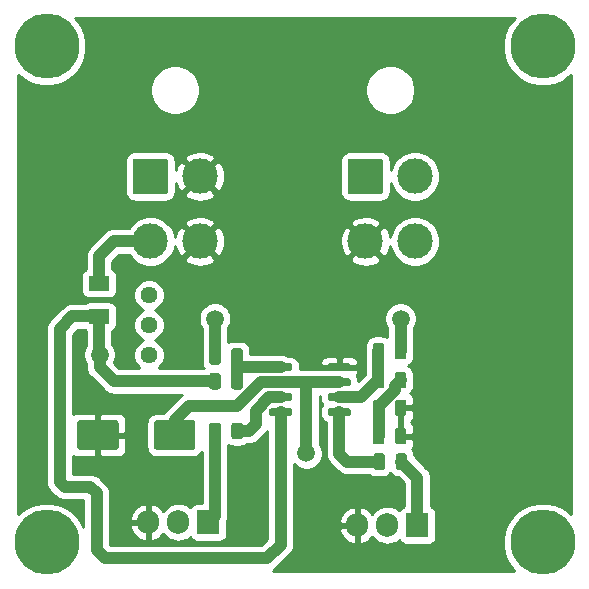
<source format=gbr>
G04 #@! TF.GenerationSoftware,KiCad,Pcbnew,(5.1.5)-3*
G04 #@! TF.CreationDate,2020-09-18T03:55:18-03:00*
G04 #@! TF.ProjectId,Pre charge & discharge,50726520-6368-4617-9267-652026206469,rev?*
G04 #@! TF.SameCoordinates,Original*
G04 #@! TF.FileFunction,Copper,L1,Top*
G04 #@! TF.FilePolarity,Positive*
%FSLAX46Y46*%
G04 Gerber Fmt 4.6, Leading zero omitted, Abs format (unit mm)*
G04 Created by KiCad (PCBNEW (5.1.5)-3) date 2020-09-18 03:55:18*
%MOMM*%
%LPD*%
G04 APERTURE LIST*
%ADD10C,0.100000*%
%ADD11C,5.500000*%
%ADD12C,3.000000*%
%ADD13O,1.905000X2.000000*%
%ADD14R,1.905000X2.000000*%
%ADD15C,1.440000*%
%ADD16C,1.500000*%
%ADD17C,1.000000*%
%ADD18C,0.800000*%
%ADD19C,0.254000*%
G04 APERTURE END LIST*
G04 #@! TA.AperFunction,SMDPad,CuDef*
D10*
G36*
X152575000Y-63425000D02*
G01*
X154325000Y-63425000D01*
X154325000Y-64675000D01*
X152575000Y-64675000D01*
X152575000Y-63425000D01*
G37*
G04 #@! TD.AperFunction*
G04 #@! TA.AperFunction,SMDPad,CuDef*
G36*
X152575000Y-66225000D02*
G01*
X154325000Y-66225000D01*
X154325000Y-67475000D01*
X152575000Y-67475000D01*
X152575000Y-66225000D01*
G37*
G04 #@! TD.AperFunction*
D11*
X191000000Y-44000000D03*
X149000000Y-44000000D03*
X149000000Y-86000000D03*
X191000000Y-86000000D03*
G04 #@! TA.AperFunction,ComponentPad*
D10*
G36*
X159101995Y-53500982D02*
G01*
X159121798Y-53503920D01*
X159141218Y-53508784D01*
X159160067Y-53515529D01*
X159178165Y-53524088D01*
X159195336Y-53534380D01*
X159211416Y-53546306D01*
X159226250Y-53559750D01*
X159239694Y-53574584D01*
X159251620Y-53590664D01*
X159261912Y-53607835D01*
X159270471Y-53625933D01*
X159277216Y-53644782D01*
X159282080Y-53664202D01*
X159285018Y-53684005D01*
X159286000Y-53704000D01*
X159286000Y-56296000D01*
X159285018Y-56315995D01*
X159282080Y-56335798D01*
X159277216Y-56355218D01*
X159270471Y-56374067D01*
X159261912Y-56392165D01*
X159251620Y-56409336D01*
X159239694Y-56425416D01*
X159226250Y-56440250D01*
X159211416Y-56453694D01*
X159195336Y-56465620D01*
X159178165Y-56475912D01*
X159160067Y-56484471D01*
X159141218Y-56491216D01*
X159121798Y-56496080D01*
X159101995Y-56499018D01*
X159082000Y-56500000D01*
X156490000Y-56500000D01*
X156470005Y-56499018D01*
X156450202Y-56496080D01*
X156430782Y-56491216D01*
X156411933Y-56484471D01*
X156393835Y-56475912D01*
X156376664Y-56465620D01*
X156360584Y-56453694D01*
X156345750Y-56440250D01*
X156332306Y-56425416D01*
X156320380Y-56409336D01*
X156310088Y-56392165D01*
X156301529Y-56374067D01*
X156294784Y-56355218D01*
X156289920Y-56335798D01*
X156286982Y-56315995D01*
X156286000Y-56296000D01*
X156286000Y-53704000D01*
X156286982Y-53684005D01*
X156289920Y-53664202D01*
X156294784Y-53644782D01*
X156301529Y-53625933D01*
X156310088Y-53607835D01*
X156320380Y-53590664D01*
X156332306Y-53574584D01*
X156345750Y-53559750D01*
X156360584Y-53546306D01*
X156376664Y-53534380D01*
X156393835Y-53524088D01*
X156411933Y-53515529D01*
X156430782Y-53508784D01*
X156450202Y-53503920D01*
X156470005Y-53500982D01*
X156490000Y-53500000D01*
X159082000Y-53500000D01*
X159101995Y-53500982D01*
G37*
G04 #@! TD.AperFunction*
D12*
X161986000Y-55000000D03*
X157786000Y-60500000D03*
X161986000Y-60500000D03*
D13*
X175320000Y-84550000D03*
X177860000Y-84550000D03*
D14*
X180400000Y-84550000D03*
X162700000Y-84300000D03*
D13*
X160160000Y-84300000D03*
X157620000Y-84300000D03*
G04 #@! TA.AperFunction,SMDPad,CuDef*
D10*
G36*
X163530142Y-71651174D02*
G01*
X163553803Y-71654684D01*
X163577007Y-71660496D01*
X163599529Y-71668554D01*
X163621153Y-71678782D01*
X163641670Y-71691079D01*
X163660883Y-71705329D01*
X163678607Y-71721393D01*
X163694671Y-71739117D01*
X163708921Y-71758330D01*
X163721218Y-71778847D01*
X163731446Y-71800471D01*
X163739504Y-71822993D01*
X163745316Y-71846197D01*
X163748826Y-71869858D01*
X163750000Y-71893750D01*
X163750000Y-72806250D01*
X163748826Y-72830142D01*
X163745316Y-72853803D01*
X163739504Y-72877007D01*
X163731446Y-72899529D01*
X163721218Y-72921153D01*
X163708921Y-72941670D01*
X163694671Y-72960883D01*
X163678607Y-72978607D01*
X163660883Y-72994671D01*
X163641670Y-73008921D01*
X163621153Y-73021218D01*
X163599529Y-73031446D01*
X163577007Y-73039504D01*
X163553803Y-73045316D01*
X163530142Y-73048826D01*
X163506250Y-73050000D01*
X163018750Y-73050000D01*
X162994858Y-73048826D01*
X162971197Y-73045316D01*
X162947993Y-73039504D01*
X162925471Y-73031446D01*
X162903847Y-73021218D01*
X162883330Y-73008921D01*
X162864117Y-72994671D01*
X162846393Y-72978607D01*
X162830329Y-72960883D01*
X162816079Y-72941670D01*
X162803782Y-72921153D01*
X162793554Y-72899529D01*
X162785496Y-72877007D01*
X162779684Y-72853803D01*
X162776174Y-72830142D01*
X162775000Y-72806250D01*
X162775000Y-71893750D01*
X162776174Y-71869858D01*
X162779684Y-71846197D01*
X162785496Y-71822993D01*
X162793554Y-71800471D01*
X162803782Y-71778847D01*
X162816079Y-71758330D01*
X162830329Y-71739117D01*
X162846393Y-71721393D01*
X162864117Y-71705329D01*
X162883330Y-71691079D01*
X162903847Y-71678782D01*
X162925471Y-71668554D01*
X162947993Y-71660496D01*
X162971197Y-71654684D01*
X162994858Y-71651174D01*
X163018750Y-71650000D01*
X163506250Y-71650000D01*
X163530142Y-71651174D01*
G37*
G04 #@! TD.AperFunction*
G04 #@! TA.AperFunction,SMDPad,CuDef*
G36*
X165405142Y-71651174D02*
G01*
X165428803Y-71654684D01*
X165452007Y-71660496D01*
X165474529Y-71668554D01*
X165496153Y-71678782D01*
X165516670Y-71691079D01*
X165535883Y-71705329D01*
X165553607Y-71721393D01*
X165569671Y-71739117D01*
X165583921Y-71758330D01*
X165596218Y-71778847D01*
X165606446Y-71800471D01*
X165614504Y-71822993D01*
X165620316Y-71846197D01*
X165623826Y-71869858D01*
X165625000Y-71893750D01*
X165625000Y-72806250D01*
X165623826Y-72830142D01*
X165620316Y-72853803D01*
X165614504Y-72877007D01*
X165606446Y-72899529D01*
X165596218Y-72921153D01*
X165583921Y-72941670D01*
X165569671Y-72960883D01*
X165553607Y-72978607D01*
X165535883Y-72994671D01*
X165516670Y-73008921D01*
X165496153Y-73021218D01*
X165474529Y-73031446D01*
X165452007Y-73039504D01*
X165428803Y-73045316D01*
X165405142Y-73048826D01*
X165381250Y-73050000D01*
X164893750Y-73050000D01*
X164869858Y-73048826D01*
X164846197Y-73045316D01*
X164822993Y-73039504D01*
X164800471Y-73031446D01*
X164778847Y-73021218D01*
X164758330Y-73008921D01*
X164739117Y-72994671D01*
X164721393Y-72978607D01*
X164705329Y-72960883D01*
X164691079Y-72941670D01*
X164678782Y-72921153D01*
X164668554Y-72899529D01*
X164660496Y-72877007D01*
X164654684Y-72853803D01*
X164651174Y-72830142D01*
X164650000Y-72806250D01*
X164650000Y-71893750D01*
X164651174Y-71869858D01*
X164654684Y-71846197D01*
X164660496Y-71822993D01*
X164668554Y-71800471D01*
X164678782Y-71778847D01*
X164691079Y-71758330D01*
X164705329Y-71739117D01*
X164721393Y-71721393D01*
X164739117Y-71705329D01*
X164758330Y-71691079D01*
X164778847Y-71678782D01*
X164800471Y-71668554D01*
X164822993Y-71660496D01*
X164846197Y-71654684D01*
X164869858Y-71651174D01*
X164893750Y-71650000D01*
X165381250Y-71650000D01*
X165405142Y-71651174D01*
G37*
G04 #@! TD.AperFunction*
G04 #@! TA.AperFunction,SMDPad,CuDef*
G36*
X163530142Y-69551174D02*
G01*
X163553803Y-69554684D01*
X163577007Y-69560496D01*
X163599529Y-69568554D01*
X163621153Y-69578782D01*
X163641670Y-69591079D01*
X163660883Y-69605329D01*
X163678607Y-69621393D01*
X163694671Y-69639117D01*
X163708921Y-69658330D01*
X163721218Y-69678847D01*
X163731446Y-69700471D01*
X163739504Y-69722993D01*
X163745316Y-69746197D01*
X163748826Y-69769858D01*
X163750000Y-69793750D01*
X163750000Y-70706250D01*
X163748826Y-70730142D01*
X163745316Y-70753803D01*
X163739504Y-70777007D01*
X163731446Y-70799529D01*
X163721218Y-70821153D01*
X163708921Y-70841670D01*
X163694671Y-70860883D01*
X163678607Y-70878607D01*
X163660883Y-70894671D01*
X163641670Y-70908921D01*
X163621153Y-70921218D01*
X163599529Y-70931446D01*
X163577007Y-70939504D01*
X163553803Y-70945316D01*
X163530142Y-70948826D01*
X163506250Y-70950000D01*
X163018750Y-70950000D01*
X162994858Y-70948826D01*
X162971197Y-70945316D01*
X162947993Y-70939504D01*
X162925471Y-70931446D01*
X162903847Y-70921218D01*
X162883330Y-70908921D01*
X162864117Y-70894671D01*
X162846393Y-70878607D01*
X162830329Y-70860883D01*
X162816079Y-70841670D01*
X162803782Y-70821153D01*
X162793554Y-70799529D01*
X162785496Y-70777007D01*
X162779684Y-70753803D01*
X162776174Y-70730142D01*
X162775000Y-70706250D01*
X162775000Y-69793750D01*
X162776174Y-69769858D01*
X162779684Y-69746197D01*
X162785496Y-69722993D01*
X162793554Y-69700471D01*
X162803782Y-69678847D01*
X162816079Y-69658330D01*
X162830329Y-69639117D01*
X162846393Y-69621393D01*
X162864117Y-69605329D01*
X162883330Y-69591079D01*
X162903847Y-69578782D01*
X162925471Y-69568554D01*
X162947993Y-69560496D01*
X162971197Y-69554684D01*
X162994858Y-69551174D01*
X163018750Y-69550000D01*
X163506250Y-69550000D01*
X163530142Y-69551174D01*
G37*
G04 #@! TD.AperFunction*
G04 #@! TA.AperFunction,SMDPad,CuDef*
G36*
X165405142Y-69551174D02*
G01*
X165428803Y-69554684D01*
X165452007Y-69560496D01*
X165474529Y-69568554D01*
X165496153Y-69578782D01*
X165516670Y-69591079D01*
X165535883Y-69605329D01*
X165553607Y-69621393D01*
X165569671Y-69639117D01*
X165583921Y-69658330D01*
X165596218Y-69678847D01*
X165606446Y-69700471D01*
X165614504Y-69722993D01*
X165620316Y-69746197D01*
X165623826Y-69769858D01*
X165625000Y-69793750D01*
X165625000Y-70706250D01*
X165623826Y-70730142D01*
X165620316Y-70753803D01*
X165614504Y-70777007D01*
X165606446Y-70799529D01*
X165596218Y-70821153D01*
X165583921Y-70841670D01*
X165569671Y-70860883D01*
X165553607Y-70878607D01*
X165535883Y-70894671D01*
X165516670Y-70908921D01*
X165496153Y-70921218D01*
X165474529Y-70931446D01*
X165452007Y-70939504D01*
X165428803Y-70945316D01*
X165405142Y-70948826D01*
X165381250Y-70950000D01*
X164893750Y-70950000D01*
X164869858Y-70948826D01*
X164846197Y-70945316D01*
X164822993Y-70939504D01*
X164800471Y-70931446D01*
X164778847Y-70921218D01*
X164758330Y-70908921D01*
X164739117Y-70894671D01*
X164721393Y-70878607D01*
X164705329Y-70860883D01*
X164691079Y-70841670D01*
X164678782Y-70821153D01*
X164668554Y-70799529D01*
X164660496Y-70777007D01*
X164654684Y-70753803D01*
X164651174Y-70730142D01*
X164650000Y-70706250D01*
X164650000Y-69793750D01*
X164651174Y-69769858D01*
X164654684Y-69746197D01*
X164660496Y-69722993D01*
X164668554Y-69700471D01*
X164678782Y-69678847D01*
X164691079Y-69658330D01*
X164705329Y-69639117D01*
X164721393Y-69621393D01*
X164739117Y-69605329D01*
X164758330Y-69591079D01*
X164778847Y-69578782D01*
X164800471Y-69568554D01*
X164822993Y-69560496D01*
X164846197Y-69554684D01*
X164869858Y-69551174D01*
X164893750Y-69550000D01*
X165381250Y-69550000D01*
X165405142Y-69551174D01*
G37*
G04 #@! TD.AperFunction*
G04 #@! TA.AperFunction,SMDPad,CuDef*
G36*
X177367642Y-71551174D02*
G01*
X177391303Y-71554684D01*
X177414507Y-71560496D01*
X177437029Y-71568554D01*
X177458653Y-71578782D01*
X177479170Y-71591079D01*
X177498383Y-71605329D01*
X177516107Y-71621393D01*
X177532171Y-71639117D01*
X177546421Y-71658330D01*
X177558718Y-71678847D01*
X177568946Y-71700471D01*
X177577004Y-71722993D01*
X177582816Y-71746197D01*
X177586326Y-71769858D01*
X177587500Y-71793750D01*
X177587500Y-72706250D01*
X177586326Y-72730142D01*
X177582816Y-72753803D01*
X177577004Y-72777007D01*
X177568946Y-72799529D01*
X177558718Y-72821153D01*
X177546421Y-72841670D01*
X177532171Y-72860883D01*
X177516107Y-72878607D01*
X177498383Y-72894671D01*
X177479170Y-72908921D01*
X177458653Y-72921218D01*
X177437029Y-72931446D01*
X177414507Y-72939504D01*
X177391303Y-72945316D01*
X177367642Y-72948826D01*
X177343750Y-72950000D01*
X176856250Y-72950000D01*
X176832358Y-72948826D01*
X176808697Y-72945316D01*
X176785493Y-72939504D01*
X176762971Y-72931446D01*
X176741347Y-72921218D01*
X176720830Y-72908921D01*
X176701617Y-72894671D01*
X176683893Y-72878607D01*
X176667829Y-72860883D01*
X176653579Y-72841670D01*
X176641282Y-72821153D01*
X176631054Y-72799529D01*
X176622996Y-72777007D01*
X176617184Y-72753803D01*
X176613674Y-72730142D01*
X176612500Y-72706250D01*
X176612500Y-71793750D01*
X176613674Y-71769858D01*
X176617184Y-71746197D01*
X176622996Y-71722993D01*
X176631054Y-71700471D01*
X176641282Y-71678847D01*
X176653579Y-71658330D01*
X176667829Y-71639117D01*
X176683893Y-71621393D01*
X176701617Y-71605329D01*
X176720830Y-71591079D01*
X176741347Y-71578782D01*
X176762971Y-71568554D01*
X176785493Y-71560496D01*
X176808697Y-71554684D01*
X176832358Y-71551174D01*
X176856250Y-71550000D01*
X177343750Y-71550000D01*
X177367642Y-71551174D01*
G37*
G04 #@! TD.AperFunction*
G04 #@! TA.AperFunction,SMDPad,CuDef*
G36*
X179242642Y-71551174D02*
G01*
X179266303Y-71554684D01*
X179289507Y-71560496D01*
X179312029Y-71568554D01*
X179333653Y-71578782D01*
X179354170Y-71591079D01*
X179373383Y-71605329D01*
X179391107Y-71621393D01*
X179407171Y-71639117D01*
X179421421Y-71658330D01*
X179433718Y-71678847D01*
X179443946Y-71700471D01*
X179452004Y-71722993D01*
X179457816Y-71746197D01*
X179461326Y-71769858D01*
X179462500Y-71793750D01*
X179462500Y-72706250D01*
X179461326Y-72730142D01*
X179457816Y-72753803D01*
X179452004Y-72777007D01*
X179443946Y-72799529D01*
X179433718Y-72821153D01*
X179421421Y-72841670D01*
X179407171Y-72860883D01*
X179391107Y-72878607D01*
X179373383Y-72894671D01*
X179354170Y-72908921D01*
X179333653Y-72921218D01*
X179312029Y-72931446D01*
X179289507Y-72939504D01*
X179266303Y-72945316D01*
X179242642Y-72948826D01*
X179218750Y-72950000D01*
X178731250Y-72950000D01*
X178707358Y-72948826D01*
X178683697Y-72945316D01*
X178660493Y-72939504D01*
X178637971Y-72931446D01*
X178616347Y-72921218D01*
X178595830Y-72908921D01*
X178576617Y-72894671D01*
X178558893Y-72878607D01*
X178542829Y-72860883D01*
X178528579Y-72841670D01*
X178516282Y-72821153D01*
X178506054Y-72799529D01*
X178497996Y-72777007D01*
X178492184Y-72753803D01*
X178488674Y-72730142D01*
X178487500Y-72706250D01*
X178487500Y-71793750D01*
X178488674Y-71769858D01*
X178492184Y-71746197D01*
X178497996Y-71722993D01*
X178506054Y-71700471D01*
X178516282Y-71678847D01*
X178528579Y-71658330D01*
X178542829Y-71639117D01*
X178558893Y-71621393D01*
X178576617Y-71605329D01*
X178595830Y-71591079D01*
X178616347Y-71578782D01*
X178637971Y-71568554D01*
X178660493Y-71560496D01*
X178683697Y-71554684D01*
X178707358Y-71551174D01*
X178731250Y-71550000D01*
X179218750Y-71550000D01*
X179242642Y-71551174D01*
G37*
G04 #@! TD.AperFunction*
G04 #@! TA.AperFunction,SMDPad,CuDef*
G36*
X177367642Y-69101174D02*
G01*
X177391303Y-69104684D01*
X177414507Y-69110496D01*
X177437029Y-69118554D01*
X177458653Y-69128782D01*
X177479170Y-69141079D01*
X177498383Y-69155329D01*
X177516107Y-69171393D01*
X177532171Y-69189117D01*
X177546421Y-69208330D01*
X177558718Y-69228847D01*
X177568946Y-69250471D01*
X177577004Y-69272993D01*
X177582816Y-69296197D01*
X177586326Y-69319858D01*
X177587500Y-69343750D01*
X177587500Y-70256250D01*
X177586326Y-70280142D01*
X177582816Y-70303803D01*
X177577004Y-70327007D01*
X177568946Y-70349529D01*
X177558718Y-70371153D01*
X177546421Y-70391670D01*
X177532171Y-70410883D01*
X177516107Y-70428607D01*
X177498383Y-70444671D01*
X177479170Y-70458921D01*
X177458653Y-70471218D01*
X177437029Y-70481446D01*
X177414507Y-70489504D01*
X177391303Y-70495316D01*
X177367642Y-70498826D01*
X177343750Y-70500000D01*
X176856250Y-70500000D01*
X176832358Y-70498826D01*
X176808697Y-70495316D01*
X176785493Y-70489504D01*
X176762971Y-70481446D01*
X176741347Y-70471218D01*
X176720830Y-70458921D01*
X176701617Y-70444671D01*
X176683893Y-70428607D01*
X176667829Y-70410883D01*
X176653579Y-70391670D01*
X176641282Y-70371153D01*
X176631054Y-70349529D01*
X176622996Y-70327007D01*
X176617184Y-70303803D01*
X176613674Y-70280142D01*
X176612500Y-70256250D01*
X176612500Y-69343750D01*
X176613674Y-69319858D01*
X176617184Y-69296197D01*
X176622996Y-69272993D01*
X176631054Y-69250471D01*
X176641282Y-69228847D01*
X176653579Y-69208330D01*
X176667829Y-69189117D01*
X176683893Y-69171393D01*
X176701617Y-69155329D01*
X176720830Y-69141079D01*
X176741347Y-69128782D01*
X176762971Y-69118554D01*
X176785493Y-69110496D01*
X176808697Y-69104684D01*
X176832358Y-69101174D01*
X176856250Y-69100000D01*
X177343750Y-69100000D01*
X177367642Y-69101174D01*
G37*
G04 #@! TD.AperFunction*
G04 #@! TA.AperFunction,SMDPad,CuDef*
G36*
X179242642Y-69101174D02*
G01*
X179266303Y-69104684D01*
X179289507Y-69110496D01*
X179312029Y-69118554D01*
X179333653Y-69128782D01*
X179354170Y-69141079D01*
X179373383Y-69155329D01*
X179391107Y-69171393D01*
X179407171Y-69189117D01*
X179421421Y-69208330D01*
X179433718Y-69228847D01*
X179443946Y-69250471D01*
X179452004Y-69272993D01*
X179457816Y-69296197D01*
X179461326Y-69319858D01*
X179462500Y-69343750D01*
X179462500Y-70256250D01*
X179461326Y-70280142D01*
X179457816Y-70303803D01*
X179452004Y-70327007D01*
X179443946Y-70349529D01*
X179433718Y-70371153D01*
X179421421Y-70391670D01*
X179407171Y-70410883D01*
X179391107Y-70428607D01*
X179373383Y-70444671D01*
X179354170Y-70458921D01*
X179333653Y-70471218D01*
X179312029Y-70481446D01*
X179289507Y-70489504D01*
X179266303Y-70495316D01*
X179242642Y-70498826D01*
X179218750Y-70500000D01*
X178731250Y-70500000D01*
X178707358Y-70498826D01*
X178683697Y-70495316D01*
X178660493Y-70489504D01*
X178637971Y-70481446D01*
X178616347Y-70471218D01*
X178595830Y-70458921D01*
X178576617Y-70444671D01*
X178558893Y-70428607D01*
X178542829Y-70410883D01*
X178528579Y-70391670D01*
X178516282Y-70371153D01*
X178506054Y-70349529D01*
X178497996Y-70327007D01*
X178492184Y-70303803D01*
X178488674Y-70280142D01*
X178487500Y-70256250D01*
X178487500Y-69343750D01*
X178488674Y-69319858D01*
X178492184Y-69296197D01*
X178497996Y-69272993D01*
X178506054Y-69250471D01*
X178516282Y-69228847D01*
X178528579Y-69208330D01*
X178542829Y-69189117D01*
X178558893Y-69171393D01*
X178576617Y-69155329D01*
X178595830Y-69141079D01*
X178616347Y-69128782D01*
X178637971Y-69118554D01*
X178660493Y-69110496D01*
X178683697Y-69104684D01*
X178707358Y-69101174D01*
X178731250Y-69100000D01*
X179218750Y-69100000D01*
X179242642Y-69101174D01*
G37*
G04 #@! TD.AperFunction*
G04 #@! TA.AperFunction,SMDPad,CuDef*
G36*
X179255142Y-73901174D02*
G01*
X179278803Y-73904684D01*
X179302007Y-73910496D01*
X179324529Y-73918554D01*
X179346153Y-73928782D01*
X179366670Y-73941079D01*
X179385883Y-73955329D01*
X179403607Y-73971393D01*
X179419671Y-73989117D01*
X179433921Y-74008330D01*
X179446218Y-74028847D01*
X179456446Y-74050471D01*
X179464504Y-74072993D01*
X179470316Y-74096197D01*
X179473826Y-74119858D01*
X179475000Y-74143750D01*
X179475000Y-75056250D01*
X179473826Y-75080142D01*
X179470316Y-75103803D01*
X179464504Y-75127007D01*
X179456446Y-75149529D01*
X179446218Y-75171153D01*
X179433921Y-75191670D01*
X179419671Y-75210883D01*
X179403607Y-75228607D01*
X179385883Y-75244671D01*
X179366670Y-75258921D01*
X179346153Y-75271218D01*
X179324529Y-75281446D01*
X179302007Y-75289504D01*
X179278803Y-75295316D01*
X179255142Y-75298826D01*
X179231250Y-75300000D01*
X178743750Y-75300000D01*
X178719858Y-75298826D01*
X178696197Y-75295316D01*
X178672993Y-75289504D01*
X178650471Y-75281446D01*
X178628847Y-75271218D01*
X178608330Y-75258921D01*
X178589117Y-75244671D01*
X178571393Y-75228607D01*
X178555329Y-75210883D01*
X178541079Y-75191670D01*
X178528782Y-75171153D01*
X178518554Y-75149529D01*
X178510496Y-75127007D01*
X178504684Y-75103803D01*
X178501174Y-75080142D01*
X178500000Y-75056250D01*
X178500000Y-74143750D01*
X178501174Y-74119858D01*
X178504684Y-74096197D01*
X178510496Y-74072993D01*
X178518554Y-74050471D01*
X178528782Y-74028847D01*
X178541079Y-74008330D01*
X178555329Y-73989117D01*
X178571393Y-73971393D01*
X178589117Y-73955329D01*
X178608330Y-73941079D01*
X178628847Y-73928782D01*
X178650471Y-73918554D01*
X178672993Y-73910496D01*
X178696197Y-73904684D01*
X178719858Y-73901174D01*
X178743750Y-73900000D01*
X179231250Y-73900000D01*
X179255142Y-73901174D01*
G37*
G04 #@! TD.AperFunction*
G04 #@! TA.AperFunction,SMDPad,CuDef*
G36*
X177380142Y-73901174D02*
G01*
X177403803Y-73904684D01*
X177427007Y-73910496D01*
X177449529Y-73918554D01*
X177471153Y-73928782D01*
X177491670Y-73941079D01*
X177510883Y-73955329D01*
X177528607Y-73971393D01*
X177544671Y-73989117D01*
X177558921Y-74008330D01*
X177571218Y-74028847D01*
X177581446Y-74050471D01*
X177589504Y-74072993D01*
X177595316Y-74096197D01*
X177598826Y-74119858D01*
X177600000Y-74143750D01*
X177600000Y-75056250D01*
X177598826Y-75080142D01*
X177595316Y-75103803D01*
X177589504Y-75127007D01*
X177581446Y-75149529D01*
X177571218Y-75171153D01*
X177558921Y-75191670D01*
X177544671Y-75210883D01*
X177528607Y-75228607D01*
X177510883Y-75244671D01*
X177491670Y-75258921D01*
X177471153Y-75271218D01*
X177449529Y-75281446D01*
X177427007Y-75289504D01*
X177403803Y-75295316D01*
X177380142Y-75298826D01*
X177356250Y-75300000D01*
X176868750Y-75300000D01*
X176844858Y-75298826D01*
X176821197Y-75295316D01*
X176797993Y-75289504D01*
X176775471Y-75281446D01*
X176753847Y-75271218D01*
X176733330Y-75258921D01*
X176714117Y-75244671D01*
X176696393Y-75228607D01*
X176680329Y-75210883D01*
X176666079Y-75191670D01*
X176653782Y-75171153D01*
X176643554Y-75149529D01*
X176635496Y-75127007D01*
X176629684Y-75103803D01*
X176626174Y-75080142D01*
X176625000Y-75056250D01*
X176625000Y-74143750D01*
X176626174Y-74119858D01*
X176629684Y-74096197D01*
X176635496Y-74072993D01*
X176643554Y-74050471D01*
X176653782Y-74028847D01*
X176666079Y-74008330D01*
X176680329Y-73989117D01*
X176696393Y-73971393D01*
X176714117Y-73955329D01*
X176733330Y-73941079D01*
X176753847Y-73928782D01*
X176775471Y-73918554D01*
X176797993Y-73910496D01*
X176821197Y-73904684D01*
X176844858Y-73901174D01*
X176868750Y-73900000D01*
X177356250Y-73900000D01*
X177380142Y-73901174D01*
G37*
G04 #@! TD.AperFunction*
G04 #@! TA.AperFunction,SMDPad,CuDef*
G36*
X177380142Y-76301174D02*
G01*
X177403803Y-76304684D01*
X177427007Y-76310496D01*
X177449529Y-76318554D01*
X177471153Y-76328782D01*
X177491670Y-76341079D01*
X177510883Y-76355329D01*
X177528607Y-76371393D01*
X177544671Y-76389117D01*
X177558921Y-76408330D01*
X177571218Y-76428847D01*
X177581446Y-76450471D01*
X177589504Y-76472993D01*
X177595316Y-76496197D01*
X177598826Y-76519858D01*
X177600000Y-76543750D01*
X177600000Y-77456250D01*
X177598826Y-77480142D01*
X177595316Y-77503803D01*
X177589504Y-77527007D01*
X177581446Y-77549529D01*
X177571218Y-77571153D01*
X177558921Y-77591670D01*
X177544671Y-77610883D01*
X177528607Y-77628607D01*
X177510883Y-77644671D01*
X177491670Y-77658921D01*
X177471153Y-77671218D01*
X177449529Y-77681446D01*
X177427007Y-77689504D01*
X177403803Y-77695316D01*
X177380142Y-77698826D01*
X177356250Y-77700000D01*
X176868750Y-77700000D01*
X176844858Y-77698826D01*
X176821197Y-77695316D01*
X176797993Y-77689504D01*
X176775471Y-77681446D01*
X176753847Y-77671218D01*
X176733330Y-77658921D01*
X176714117Y-77644671D01*
X176696393Y-77628607D01*
X176680329Y-77610883D01*
X176666079Y-77591670D01*
X176653782Y-77571153D01*
X176643554Y-77549529D01*
X176635496Y-77527007D01*
X176629684Y-77503803D01*
X176626174Y-77480142D01*
X176625000Y-77456250D01*
X176625000Y-76543750D01*
X176626174Y-76519858D01*
X176629684Y-76496197D01*
X176635496Y-76472993D01*
X176643554Y-76450471D01*
X176653782Y-76428847D01*
X176666079Y-76408330D01*
X176680329Y-76389117D01*
X176696393Y-76371393D01*
X176714117Y-76355329D01*
X176733330Y-76341079D01*
X176753847Y-76328782D01*
X176775471Y-76318554D01*
X176797993Y-76310496D01*
X176821197Y-76304684D01*
X176844858Y-76301174D01*
X176868750Y-76300000D01*
X177356250Y-76300000D01*
X177380142Y-76301174D01*
G37*
G04 #@! TD.AperFunction*
G04 #@! TA.AperFunction,SMDPad,CuDef*
G36*
X179255142Y-76301174D02*
G01*
X179278803Y-76304684D01*
X179302007Y-76310496D01*
X179324529Y-76318554D01*
X179346153Y-76328782D01*
X179366670Y-76341079D01*
X179385883Y-76355329D01*
X179403607Y-76371393D01*
X179419671Y-76389117D01*
X179433921Y-76408330D01*
X179446218Y-76428847D01*
X179456446Y-76450471D01*
X179464504Y-76472993D01*
X179470316Y-76496197D01*
X179473826Y-76519858D01*
X179475000Y-76543750D01*
X179475000Y-77456250D01*
X179473826Y-77480142D01*
X179470316Y-77503803D01*
X179464504Y-77527007D01*
X179456446Y-77549529D01*
X179446218Y-77571153D01*
X179433921Y-77591670D01*
X179419671Y-77610883D01*
X179403607Y-77628607D01*
X179385883Y-77644671D01*
X179366670Y-77658921D01*
X179346153Y-77671218D01*
X179324529Y-77681446D01*
X179302007Y-77689504D01*
X179278803Y-77695316D01*
X179255142Y-77698826D01*
X179231250Y-77700000D01*
X178743750Y-77700000D01*
X178719858Y-77698826D01*
X178696197Y-77695316D01*
X178672993Y-77689504D01*
X178650471Y-77681446D01*
X178628847Y-77671218D01*
X178608330Y-77658921D01*
X178589117Y-77644671D01*
X178571393Y-77628607D01*
X178555329Y-77610883D01*
X178541079Y-77591670D01*
X178528782Y-77571153D01*
X178518554Y-77549529D01*
X178510496Y-77527007D01*
X178504684Y-77503803D01*
X178501174Y-77480142D01*
X178500000Y-77456250D01*
X178500000Y-76543750D01*
X178501174Y-76519858D01*
X178504684Y-76496197D01*
X178510496Y-76472993D01*
X178518554Y-76450471D01*
X178528782Y-76428847D01*
X178541079Y-76408330D01*
X178555329Y-76389117D01*
X178571393Y-76371393D01*
X178589117Y-76355329D01*
X178608330Y-76341079D01*
X178628847Y-76328782D01*
X178650471Y-76318554D01*
X178672993Y-76310496D01*
X178696197Y-76304684D01*
X178719858Y-76301174D01*
X178743750Y-76300000D01*
X179231250Y-76300000D01*
X179255142Y-76301174D01*
G37*
G04 #@! TD.AperFunction*
G04 #@! TA.AperFunction,SMDPad,CuDef*
G36*
X177430142Y-78451174D02*
G01*
X177453803Y-78454684D01*
X177477007Y-78460496D01*
X177499529Y-78468554D01*
X177521153Y-78478782D01*
X177541670Y-78491079D01*
X177560883Y-78505329D01*
X177578607Y-78521393D01*
X177594671Y-78539117D01*
X177608921Y-78558330D01*
X177621218Y-78578847D01*
X177631446Y-78600471D01*
X177639504Y-78622993D01*
X177645316Y-78646197D01*
X177648826Y-78669858D01*
X177650000Y-78693750D01*
X177650000Y-79606250D01*
X177648826Y-79630142D01*
X177645316Y-79653803D01*
X177639504Y-79677007D01*
X177631446Y-79699529D01*
X177621218Y-79721153D01*
X177608921Y-79741670D01*
X177594671Y-79760883D01*
X177578607Y-79778607D01*
X177560883Y-79794671D01*
X177541670Y-79808921D01*
X177521153Y-79821218D01*
X177499529Y-79831446D01*
X177477007Y-79839504D01*
X177453803Y-79845316D01*
X177430142Y-79848826D01*
X177406250Y-79850000D01*
X176918750Y-79850000D01*
X176894858Y-79848826D01*
X176871197Y-79845316D01*
X176847993Y-79839504D01*
X176825471Y-79831446D01*
X176803847Y-79821218D01*
X176783330Y-79808921D01*
X176764117Y-79794671D01*
X176746393Y-79778607D01*
X176730329Y-79760883D01*
X176716079Y-79741670D01*
X176703782Y-79721153D01*
X176693554Y-79699529D01*
X176685496Y-79677007D01*
X176679684Y-79653803D01*
X176676174Y-79630142D01*
X176675000Y-79606250D01*
X176675000Y-78693750D01*
X176676174Y-78669858D01*
X176679684Y-78646197D01*
X176685496Y-78622993D01*
X176693554Y-78600471D01*
X176703782Y-78578847D01*
X176716079Y-78558330D01*
X176730329Y-78539117D01*
X176746393Y-78521393D01*
X176764117Y-78505329D01*
X176783330Y-78491079D01*
X176803847Y-78478782D01*
X176825471Y-78468554D01*
X176847993Y-78460496D01*
X176871197Y-78454684D01*
X176894858Y-78451174D01*
X176918750Y-78450000D01*
X177406250Y-78450000D01*
X177430142Y-78451174D01*
G37*
G04 #@! TD.AperFunction*
G04 #@! TA.AperFunction,SMDPad,CuDef*
G36*
X179305142Y-78451174D02*
G01*
X179328803Y-78454684D01*
X179352007Y-78460496D01*
X179374529Y-78468554D01*
X179396153Y-78478782D01*
X179416670Y-78491079D01*
X179435883Y-78505329D01*
X179453607Y-78521393D01*
X179469671Y-78539117D01*
X179483921Y-78558330D01*
X179496218Y-78578847D01*
X179506446Y-78600471D01*
X179514504Y-78622993D01*
X179520316Y-78646197D01*
X179523826Y-78669858D01*
X179525000Y-78693750D01*
X179525000Y-79606250D01*
X179523826Y-79630142D01*
X179520316Y-79653803D01*
X179514504Y-79677007D01*
X179506446Y-79699529D01*
X179496218Y-79721153D01*
X179483921Y-79741670D01*
X179469671Y-79760883D01*
X179453607Y-79778607D01*
X179435883Y-79794671D01*
X179416670Y-79808921D01*
X179396153Y-79821218D01*
X179374529Y-79831446D01*
X179352007Y-79839504D01*
X179328803Y-79845316D01*
X179305142Y-79848826D01*
X179281250Y-79850000D01*
X178793750Y-79850000D01*
X178769858Y-79848826D01*
X178746197Y-79845316D01*
X178722993Y-79839504D01*
X178700471Y-79831446D01*
X178678847Y-79821218D01*
X178658330Y-79808921D01*
X178639117Y-79794671D01*
X178621393Y-79778607D01*
X178605329Y-79760883D01*
X178591079Y-79741670D01*
X178578782Y-79721153D01*
X178568554Y-79699529D01*
X178560496Y-79677007D01*
X178554684Y-79653803D01*
X178551174Y-79630142D01*
X178550000Y-79606250D01*
X178550000Y-78693750D01*
X178551174Y-78669858D01*
X178554684Y-78646197D01*
X178560496Y-78622993D01*
X178568554Y-78600471D01*
X178578782Y-78578847D01*
X178591079Y-78558330D01*
X178605329Y-78539117D01*
X178621393Y-78521393D01*
X178639117Y-78505329D01*
X178658330Y-78491079D01*
X178678847Y-78478782D01*
X178700471Y-78468554D01*
X178722993Y-78460496D01*
X178746197Y-78454684D01*
X178769858Y-78451174D01*
X178793750Y-78450000D01*
X179281250Y-78450000D01*
X179305142Y-78451174D01*
G37*
G04 #@! TD.AperFunction*
G04 #@! TA.AperFunction,SMDPad,CuDef*
G36*
X163530142Y-75851174D02*
G01*
X163553803Y-75854684D01*
X163577007Y-75860496D01*
X163599529Y-75868554D01*
X163621153Y-75878782D01*
X163641670Y-75891079D01*
X163660883Y-75905329D01*
X163678607Y-75921393D01*
X163694671Y-75939117D01*
X163708921Y-75958330D01*
X163721218Y-75978847D01*
X163731446Y-76000471D01*
X163739504Y-76022993D01*
X163745316Y-76046197D01*
X163748826Y-76069858D01*
X163750000Y-76093750D01*
X163750000Y-77006250D01*
X163748826Y-77030142D01*
X163745316Y-77053803D01*
X163739504Y-77077007D01*
X163731446Y-77099529D01*
X163721218Y-77121153D01*
X163708921Y-77141670D01*
X163694671Y-77160883D01*
X163678607Y-77178607D01*
X163660883Y-77194671D01*
X163641670Y-77208921D01*
X163621153Y-77221218D01*
X163599529Y-77231446D01*
X163577007Y-77239504D01*
X163553803Y-77245316D01*
X163530142Y-77248826D01*
X163506250Y-77250000D01*
X163018750Y-77250000D01*
X162994858Y-77248826D01*
X162971197Y-77245316D01*
X162947993Y-77239504D01*
X162925471Y-77231446D01*
X162903847Y-77221218D01*
X162883330Y-77208921D01*
X162864117Y-77194671D01*
X162846393Y-77178607D01*
X162830329Y-77160883D01*
X162816079Y-77141670D01*
X162803782Y-77121153D01*
X162793554Y-77099529D01*
X162785496Y-77077007D01*
X162779684Y-77053803D01*
X162776174Y-77030142D01*
X162775000Y-77006250D01*
X162775000Y-76093750D01*
X162776174Y-76069858D01*
X162779684Y-76046197D01*
X162785496Y-76022993D01*
X162793554Y-76000471D01*
X162803782Y-75978847D01*
X162816079Y-75958330D01*
X162830329Y-75939117D01*
X162846393Y-75921393D01*
X162864117Y-75905329D01*
X162883330Y-75891079D01*
X162903847Y-75878782D01*
X162925471Y-75868554D01*
X162947993Y-75860496D01*
X162971197Y-75854684D01*
X162994858Y-75851174D01*
X163018750Y-75850000D01*
X163506250Y-75850000D01*
X163530142Y-75851174D01*
G37*
G04 #@! TD.AperFunction*
G04 #@! TA.AperFunction,SMDPad,CuDef*
G36*
X165405142Y-75851174D02*
G01*
X165428803Y-75854684D01*
X165452007Y-75860496D01*
X165474529Y-75868554D01*
X165496153Y-75878782D01*
X165516670Y-75891079D01*
X165535883Y-75905329D01*
X165553607Y-75921393D01*
X165569671Y-75939117D01*
X165583921Y-75958330D01*
X165596218Y-75978847D01*
X165606446Y-76000471D01*
X165614504Y-76022993D01*
X165620316Y-76046197D01*
X165623826Y-76069858D01*
X165625000Y-76093750D01*
X165625000Y-77006250D01*
X165623826Y-77030142D01*
X165620316Y-77053803D01*
X165614504Y-77077007D01*
X165606446Y-77099529D01*
X165596218Y-77121153D01*
X165583921Y-77141670D01*
X165569671Y-77160883D01*
X165553607Y-77178607D01*
X165535883Y-77194671D01*
X165516670Y-77208921D01*
X165496153Y-77221218D01*
X165474529Y-77231446D01*
X165452007Y-77239504D01*
X165428803Y-77245316D01*
X165405142Y-77248826D01*
X165381250Y-77250000D01*
X164893750Y-77250000D01*
X164869858Y-77248826D01*
X164846197Y-77245316D01*
X164822993Y-77239504D01*
X164800471Y-77231446D01*
X164778847Y-77221218D01*
X164758330Y-77208921D01*
X164739117Y-77194671D01*
X164721393Y-77178607D01*
X164705329Y-77160883D01*
X164691079Y-77141670D01*
X164678782Y-77121153D01*
X164668554Y-77099529D01*
X164660496Y-77077007D01*
X164654684Y-77053803D01*
X164651174Y-77030142D01*
X164650000Y-77006250D01*
X164650000Y-76093750D01*
X164651174Y-76069858D01*
X164654684Y-76046197D01*
X164660496Y-76022993D01*
X164668554Y-76000471D01*
X164678782Y-75978847D01*
X164691079Y-75958330D01*
X164705329Y-75939117D01*
X164721393Y-75921393D01*
X164739117Y-75905329D01*
X164758330Y-75891079D01*
X164778847Y-75878782D01*
X164800471Y-75868554D01*
X164822993Y-75860496D01*
X164846197Y-75854684D01*
X164869858Y-75851174D01*
X164893750Y-75850000D01*
X165381250Y-75850000D01*
X165405142Y-75851174D01*
G37*
G04 #@! TD.AperFunction*
D15*
X157680000Y-70126000D03*
X157680000Y-67586000D03*
X157680000Y-65046000D03*
G04 #@! TA.AperFunction,SMDPad,CuDef*
D10*
G36*
X174614703Y-74655722D02*
G01*
X174629264Y-74657882D01*
X174643543Y-74661459D01*
X174657403Y-74666418D01*
X174670710Y-74672712D01*
X174683336Y-74680280D01*
X174695159Y-74689048D01*
X174706066Y-74698934D01*
X174715952Y-74709841D01*
X174724720Y-74721664D01*
X174732288Y-74734290D01*
X174738582Y-74747597D01*
X174743541Y-74761457D01*
X174747118Y-74775736D01*
X174749278Y-74790297D01*
X174750000Y-74805000D01*
X174750000Y-75105000D01*
X174749278Y-75119703D01*
X174747118Y-75134264D01*
X174743541Y-75148543D01*
X174738582Y-75162403D01*
X174732288Y-75175710D01*
X174724720Y-75188336D01*
X174715952Y-75200159D01*
X174706066Y-75211066D01*
X174695159Y-75220952D01*
X174683336Y-75229720D01*
X174670710Y-75237288D01*
X174657403Y-75243582D01*
X174643543Y-75248541D01*
X174629264Y-75252118D01*
X174614703Y-75254278D01*
X174600000Y-75255000D01*
X172950000Y-75255000D01*
X172935297Y-75254278D01*
X172920736Y-75252118D01*
X172906457Y-75248541D01*
X172892597Y-75243582D01*
X172879290Y-75237288D01*
X172866664Y-75229720D01*
X172854841Y-75220952D01*
X172843934Y-75211066D01*
X172834048Y-75200159D01*
X172825280Y-75188336D01*
X172817712Y-75175710D01*
X172811418Y-75162403D01*
X172806459Y-75148543D01*
X172802882Y-75134264D01*
X172800722Y-75119703D01*
X172800000Y-75105000D01*
X172800000Y-74805000D01*
X172800722Y-74790297D01*
X172802882Y-74775736D01*
X172806459Y-74761457D01*
X172811418Y-74747597D01*
X172817712Y-74734290D01*
X172825280Y-74721664D01*
X172834048Y-74709841D01*
X172843934Y-74698934D01*
X172854841Y-74689048D01*
X172866664Y-74680280D01*
X172879290Y-74672712D01*
X172892597Y-74666418D01*
X172906457Y-74661459D01*
X172920736Y-74657882D01*
X172935297Y-74655722D01*
X172950000Y-74655000D01*
X174600000Y-74655000D01*
X174614703Y-74655722D01*
G37*
G04 #@! TD.AperFunction*
G04 #@! TA.AperFunction,SMDPad,CuDef*
G36*
X174614703Y-73385722D02*
G01*
X174629264Y-73387882D01*
X174643543Y-73391459D01*
X174657403Y-73396418D01*
X174670710Y-73402712D01*
X174683336Y-73410280D01*
X174695159Y-73419048D01*
X174706066Y-73428934D01*
X174715952Y-73439841D01*
X174724720Y-73451664D01*
X174732288Y-73464290D01*
X174738582Y-73477597D01*
X174743541Y-73491457D01*
X174747118Y-73505736D01*
X174749278Y-73520297D01*
X174750000Y-73535000D01*
X174750000Y-73835000D01*
X174749278Y-73849703D01*
X174747118Y-73864264D01*
X174743541Y-73878543D01*
X174738582Y-73892403D01*
X174732288Y-73905710D01*
X174724720Y-73918336D01*
X174715952Y-73930159D01*
X174706066Y-73941066D01*
X174695159Y-73950952D01*
X174683336Y-73959720D01*
X174670710Y-73967288D01*
X174657403Y-73973582D01*
X174643543Y-73978541D01*
X174629264Y-73982118D01*
X174614703Y-73984278D01*
X174600000Y-73985000D01*
X172950000Y-73985000D01*
X172935297Y-73984278D01*
X172920736Y-73982118D01*
X172906457Y-73978541D01*
X172892597Y-73973582D01*
X172879290Y-73967288D01*
X172866664Y-73959720D01*
X172854841Y-73950952D01*
X172843934Y-73941066D01*
X172834048Y-73930159D01*
X172825280Y-73918336D01*
X172817712Y-73905710D01*
X172811418Y-73892403D01*
X172806459Y-73878543D01*
X172802882Y-73864264D01*
X172800722Y-73849703D01*
X172800000Y-73835000D01*
X172800000Y-73535000D01*
X172800722Y-73520297D01*
X172802882Y-73505736D01*
X172806459Y-73491457D01*
X172811418Y-73477597D01*
X172817712Y-73464290D01*
X172825280Y-73451664D01*
X172834048Y-73439841D01*
X172843934Y-73428934D01*
X172854841Y-73419048D01*
X172866664Y-73410280D01*
X172879290Y-73402712D01*
X172892597Y-73396418D01*
X172906457Y-73391459D01*
X172920736Y-73387882D01*
X172935297Y-73385722D01*
X172950000Y-73385000D01*
X174600000Y-73385000D01*
X174614703Y-73385722D01*
G37*
G04 #@! TD.AperFunction*
G04 #@! TA.AperFunction,SMDPad,CuDef*
G36*
X174614703Y-72115722D02*
G01*
X174629264Y-72117882D01*
X174643543Y-72121459D01*
X174657403Y-72126418D01*
X174670710Y-72132712D01*
X174683336Y-72140280D01*
X174695159Y-72149048D01*
X174706066Y-72158934D01*
X174715952Y-72169841D01*
X174724720Y-72181664D01*
X174732288Y-72194290D01*
X174738582Y-72207597D01*
X174743541Y-72221457D01*
X174747118Y-72235736D01*
X174749278Y-72250297D01*
X174750000Y-72265000D01*
X174750000Y-72565000D01*
X174749278Y-72579703D01*
X174747118Y-72594264D01*
X174743541Y-72608543D01*
X174738582Y-72622403D01*
X174732288Y-72635710D01*
X174724720Y-72648336D01*
X174715952Y-72660159D01*
X174706066Y-72671066D01*
X174695159Y-72680952D01*
X174683336Y-72689720D01*
X174670710Y-72697288D01*
X174657403Y-72703582D01*
X174643543Y-72708541D01*
X174629264Y-72712118D01*
X174614703Y-72714278D01*
X174600000Y-72715000D01*
X172950000Y-72715000D01*
X172935297Y-72714278D01*
X172920736Y-72712118D01*
X172906457Y-72708541D01*
X172892597Y-72703582D01*
X172879290Y-72697288D01*
X172866664Y-72689720D01*
X172854841Y-72680952D01*
X172843934Y-72671066D01*
X172834048Y-72660159D01*
X172825280Y-72648336D01*
X172817712Y-72635710D01*
X172811418Y-72622403D01*
X172806459Y-72608543D01*
X172802882Y-72594264D01*
X172800722Y-72579703D01*
X172800000Y-72565000D01*
X172800000Y-72265000D01*
X172800722Y-72250297D01*
X172802882Y-72235736D01*
X172806459Y-72221457D01*
X172811418Y-72207597D01*
X172817712Y-72194290D01*
X172825280Y-72181664D01*
X172834048Y-72169841D01*
X172843934Y-72158934D01*
X172854841Y-72149048D01*
X172866664Y-72140280D01*
X172879290Y-72132712D01*
X172892597Y-72126418D01*
X172906457Y-72121459D01*
X172920736Y-72117882D01*
X172935297Y-72115722D01*
X172950000Y-72115000D01*
X174600000Y-72115000D01*
X174614703Y-72115722D01*
G37*
G04 #@! TD.AperFunction*
G04 #@! TA.AperFunction,SMDPad,CuDef*
G36*
X174614703Y-70845722D02*
G01*
X174629264Y-70847882D01*
X174643543Y-70851459D01*
X174657403Y-70856418D01*
X174670710Y-70862712D01*
X174683336Y-70870280D01*
X174695159Y-70879048D01*
X174706066Y-70888934D01*
X174715952Y-70899841D01*
X174724720Y-70911664D01*
X174732288Y-70924290D01*
X174738582Y-70937597D01*
X174743541Y-70951457D01*
X174747118Y-70965736D01*
X174749278Y-70980297D01*
X174750000Y-70995000D01*
X174750000Y-71295000D01*
X174749278Y-71309703D01*
X174747118Y-71324264D01*
X174743541Y-71338543D01*
X174738582Y-71352403D01*
X174732288Y-71365710D01*
X174724720Y-71378336D01*
X174715952Y-71390159D01*
X174706066Y-71401066D01*
X174695159Y-71410952D01*
X174683336Y-71419720D01*
X174670710Y-71427288D01*
X174657403Y-71433582D01*
X174643543Y-71438541D01*
X174629264Y-71442118D01*
X174614703Y-71444278D01*
X174600000Y-71445000D01*
X172950000Y-71445000D01*
X172935297Y-71444278D01*
X172920736Y-71442118D01*
X172906457Y-71438541D01*
X172892597Y-71433582D01*
X172879290Y-71427288D01*
X172866664Y-71419720D01*
X172854841Y-71410952D01*
X172843934Y-71401066D01*
X172834048Y-71390159D01*
X172825280Y-71378336D01*
X172817712Y-71365710D01*
X172811418Y-71352403D01*
X172806459Y-71338543D01*
X172802882Y-71324264D01*
X172800722Y-71309703D01*
X172800000Y-71295000D01*
X172800000Y-70995000D01*
X172800722Y-70980297D01*
X172802882Y-70965736D01*
X172806459Y-70951457D01*
X172811418Y-70937597D01*
X172817712Y-70924290D01*
X172825280Y-70911664D01*
X172834048Y-70899841D01*
X172843934Y-70888934D01*
X172854841Y-70879048D01*
X172866664Y-70870280D01*
X172879290Y-70862712D01*
X172892597Y-70856418D01*
X172906457Y-70851459D01*
X172920736Y-70847882D01*
X172935297Y-70845722D01*
X172950000Y-70845000D01*
X174600000Y-70845000D01*
X174614703Y-70845722D01*
G37*
G04 #@! TD.AperFunction*
G04 #@! TA.AperFunction,SMDPad,CuDef*
G36*
X169664703Y-70845722D02*
G01*
X169679264Y-70847882D01*
X169693543Y-70851459D01*
X169707403Y-70856418D01*
X169720710Y-70862712D01*
X169733336Y-70870280D01*
X169745159Y-70879048D01*
X169756066Y-70888934D01*
X169765952Y-70899841D01*
X169774720Y-70911664D01*
X169782288Y-70924290D01*
X169788582Y-70937597D01*
X169793541Y-70951457D01*
X169797118Y-70965736D01*
X169799278Y-70980297D01*
X169800000Y-70995000D01*
X169800000Y-71295000D01*
X169799278Y-71309703D01*
X169797118Y-71324264D01*
X169793541Y-71338543D01*
X169788582Y-71352403D01*
X169782288Y-71365710D01*
X169774720Y-71378336D01*
X169765952Y-71390159D01*
X169756066Y-71401066D01*
X169745159Y-71410952D01*
X169733336Y-71419720D01*
X169720710Y-71427288D01*
X169707403Y-71433582D01*
X169693543Y-71438541D01*
X169679264Y-71442118D01*
X169664703Y-71444278D01*
X169650000Y-71445000D01*
X168000000Y-71445000D01*
X167985297Y-71444278D01*
X167970736Y-71442118D01*
X167956457Y-71438541D01*
X167942597Y-71433582D01*
X167929290Y-71427288D01*
X167916664Y-71419720D01*
X167904841Y-71410952D01*
X167893934Y-71401066D01*
X167884048Y-71390159D01*
X167875280Y-71378336D01*
X167867712Y-71365710D01*
X167861418Y-71352403D01*
X167856459Y-71338543D01*
X167852882Y-71324264D01*
X167850722Y-71309703D01*
X167850000Y-71295000D01*
X167850000Y-70995000D01*
X167850722Y-70980297D01*
X167852882Y-70965736D01*
X167856459Y-70951457D01*
X167861418Y-70937597D01*
X167867712Y-70924290D01*
X167875280Y-70911664D01*
X167884048Y-70899841D01*
X167893934Y-70888934D01*
X167904841Y-70879048D01*
X167916664Y-70870280D01*
X167929290Y-70862712D01*
X167942597Y-70856418D01*
X167956457Y-70851459D01*
X167970736Y-70847882D01*
X167985297Y-70845722D01*
X168000000Y-70845000D01*
X169650000Y-70845000D01*
X169664703Y-70845722D01*
G37*
G04 #@! TD.AperFunction*
G04 #@! TA.AperFunction,SMDPad,CuDef*
G36*
X169664703Y-72115722D02*
G01*
X169679264Y-72117882D01*
X169693543Y-72121459D01*
X169707403Y-72126418D01*
X169720710Y-72132712D01*
X169733336Y-72140280D01*
X169745159Y-72149048D01*
X169756066Y-72158934D01*
X169765952Y-72169841D01*
X169774720Y-72181664D01*
X169782288Y-72194290D01*
X169788582Y-72207597D01*
X169793541Y-72221457D01*
X169797118Y-72235736D01*
X169799278Y-72250297D01*
X169800000Y-72265000D01*
X169800000Y-72565000D01*
X169799278Y-72579703D01*
X169797118Y-72594264D01*
X169793541Y-72608543D01*
X169788582Y-72622403D01*
X169782288Y-72635710D01*
X169774720Y-72648336D01*
X169765952Y-72660159D01*
X169756066Y-72671066D01*
X169745159Y-72680952D01*
X169733336Y-72689720D01*
X169720710Y-72697288D01*
X169707403Y-72703582D01*
X169693543Y-72708541D01*
X169679264Y-72712118D01*
X169664703Y-72714278D01*
X169650000Y-72715000D01*
X168000000Y-72715000D01*
X167985297Y-72714278D01*
X167970736Y-72712118D01*
X167956457Y-72708541D01*
X167942597Y-72703582D01*
X167929290Y-72697288D01*
X167916664Y-72689720D01*
X167904841Y-72680952D01*
X167893934Y-72671066D01*
X167884048Y-72660159D01*
X167875280Y-72648336D01*
X167867712Y-72635710D01*
X167861418Y-72622403D01*
X167856459Y-72608543D01*
X167852882Y-72594264D01*
X167850722Y-72579703D01*
X167850000Y-72565000D01*
X167850000Y-72265000D01*
X167850722Y-72250297D01*
X167852882Y-72235736D01*
X167856459Y-72221457D01*
X167861418Y-72207597D01*
X167867712Y-72194290D01*
X167875280Y-72181664D01*
X167884048Y-72169841D01*
X167893934Y-72158934D01*
X167904841Y-72149048D01*
X167916664Y-72140280D01*
X167929290Y-72132712D01*
X167942597Y-72126418D01*
X167956457Y-72121459D01*
X167970736Y-72117882D01*
X167985297Y-72115722D01*
X168000000Y-72115000D01*
X169650000Y-72115000D01*
X169664703Y-72115722D01*
G37*
G04 #@! TD.AperFunction*
G04 #@! TA.AperFunction,SMDPad,CuDef*
G36*
X169664703Y-73385722D02*
G01*
X169679264Y-73387882D01*
X169693543Y-73391459D01*
X169707403Y-73396418D01*
X169720710Y-73402712D01*
X169733336Y-73410280D01*
X169745159Y-73419048D01*
X169756066Y-73428934D01*
X169765952Y-73439841D01*
X169774720Y-73451664D01*
X169782288Y-73464290D01*
X169788582Y-73477597D01*
X169793541Y-73491457D01*
X169797118Y-73505736D01*
X169799278Y-73520297D01*
X169800000Y-73535000D01*
X169800000Y-73835000D01*
X169799278Y-73849703D01*
X169797118Y-73864264D01*
X169793541Y-73878543D01*
X169788582Y-73892403D01*
X169782288Y-73905710D01*
X169774720Y-73918336D01*
X169765952Y-73930159D01*
X169756066Y-73941066D01*
X169745159Y-73950952D01*
X169733336Y-73959720D01*
X169720710Y-73967288D01*
X169707403Y-73973582D01*
X169693543Y-73978541D01*
X169679264Y-73982118D01*
X169664703Y-73984278D01*
X169650000Y-73985000D01*
X168000000Y-73985000D01*
X167985297Y-73984278D01*
X167970736Y-73982118D01*
X167956457Y-73978541D01*
X167942597Y-73973582D01*
X167929290Y-73967288D01*
X167916664Y-73959720D01*
X167904841Y-73950952D01*
X167893934Y-73941066D01*
X167884048Y-73930159D01*
X167875280Y-73918336D01*
X167867712Y-73905710D01*
X167861418Y-73892403D01*
X167856459Y-73878543D01*
X167852882Y-73864264D01*
X167850722Y-73849703D01*
X167850000Y-73835000D01*
X167850000Y-73535000D01*
X167850722Y-73520297D01*
X167852882Y-73505736D01*
X167856459Y-73491457D01*
X167861418Y-73477597D01*
X167867712Y-73464290D01*
X167875280Y-73451664D01*
X167884048Y-73439841D01*
X167893934Y-73428934D01*
X167904841Y-73419048D01*
X167916664Y-73410280D01*
X167929290Y-73402712D01*
X167942597Y-73396418D01*
X167956457Y-73391459D01*
X167970736Y-73387882D01*
X167985297Y-73385722D01*
X168000000Y-73385000D01*
X169650000Y-73385000D01*
X169664703Y-73385722D01*
G37*
G04 #@! TD.AperFunction*
G04 #@! TA.AperFunction,SMDPad,CuDef*
G36*
X169664703Y-74655722D02*
G01*
X169679264Y-74657882D01*
X169693543Y-74661459D01*
X169707403Y-74666418D01*
X169720710Y-74672712D01*
X169733336Y-74680280D01*
X169745159Y-74689048D01*
X169756066Y-74698934D01*
X169765952Y-74709841D01*
X169774720Y-74721664D01*
X169782288Y-74734290D01*
X169788582Y-74747597D01*
X169793541Y-74761457D01*
X169797118Y-74775736D01*
X169799278Y-74790297D01*
X169800000Y-74805000D01*
X169800000Y-75105000D01*
X169799278Y-75119703D01*
X169797118Y-75134264D01*
X169793541Y-75148543D01*
X169788582Y-75162403D01*
X169782288Y-75175710D01*
X169774720Y-75188336D01*
X169765952Y-75200159D01*
X169756066Y-75211066D01*
X169745159Y-75220952D01*
X169733336Y-75229720D01*
X169720710Y-75237288D01*
X169707403Y-75243582D01*
X169693543Y-75248541D01*
X169679264Y-75252118D01*
X169664703Y-75254278D01*
X169650000Y-75255000D01*
X168000000Y-75255000D01*
X167985297Y-75254278D01*
X167970736Y-75252118D01*
X167956457Y-75248541D01*
X167942597Y-75243582D01*
X167929290Y-75237288D01*
X167916664Y-75229720D01*
X167904841Y-75220952D01*
X167893934Y-75211066D01*
X167884048Y-75200159D01*
X167875280Y-75188336D01*
X167867712Y-75175710D01*
X167861418Y-75162403D01*
X167856459Y-75148543D01*
X167852882Y-75134264D01*
X167850722Y-75119703D01*
X167850000Y-75105000D01*
X167850000Y-74805000D01*
X167850722Y-74790297D01*
X167852882Y-74775736D01*
X167856459Y-74761457D01*
X167861418Y-74747597D01*
X167867712Y-74734290D01*
X167875280Y-74721664D01*
X167884048Y-74709841D01*
X167893934Y-74698934D01*
X167904841Y-74689048D01*
X167916664Y-74680280D01*
X167929290Y-74672712D01*
X167942597Y-74666418D01*
X167956457Y-74661459D01*
X167970736Y-74657882D01*
X167985297Y-74655722D01*
X168000000Y-74655000D01*
X169650000Y-74655000D01*
X169664703Y-74655722D01*
G37*
G04 #@! TD.AperFunction*
D12*
X180200000Y-60500000D03*
X176000000Y-60500000D03*
X180200000Y-55000000D03*
G04 #@! TA.AperFunction,ComponentPad*
D10*
G36*
X177315995Y-53500982D02*
G01*
X177335798Y-53503920D01*
X177355218Y-53508784D01*
X177374067Y-53515529D01*
X177392165Y-53524088D01*
X177409336Y-53534380D01*
X177425416Y-53546306D01*
X177440250Y-53559750D01*
X177453694Y-53574584D01*
X177465620Y-53590664D01*
X177475912Y-53607835D01*
X177484471Y-53625933D01*
X177491216Y-53644782D01*
X177496080Y-53664202D01*
X177499018Y-53684005D01*
X177500000Y-53704000D01*
X177500000Y-56296000D01*
X177499018Y-56315995D01*
X177496080Y-56335798D01*
X177491216Y-56355218D01*
X177484471Y-56374067D01*
X177475912Y-56392165D01*
X177465620Y-56409336D01*
X177453694Y-56425416D01*
X177440250Y-56440250D01*
X177425416Y-56453694D01*
X177409336Y-56465620D01*
X177392165Y-56475912D01*
X177374067Y-56484471D01*
X177355218Y-56491216D01*
X177335798Y-56496080D01*
X177315995Y-56499018D01*
X177296000Y-56500000D01*
X174704000Y-56500000D01*
X174684005Y-56499018D01*
X174664202Y-56496080D01*
X174644782Y-56491216D01*
X174625933Y-56484471D01*
X174607835Y-56475912D01*
X174590664Y-56465620D01*
X174574584Y-56453694D01*
X174559750Y-56440250D01*
X174546306Y-56425416D01*
X174534380Y-56409336D01*
X174524088Y-56392165D01*
X174515529Y-56374067D01*
X174508784Y-56355218D01*
X174503920Y-56335798D01*
X174500982Y-56315995D01*
X174500000Y-56296000D01*
X174500000Y-53704000D01*
X174500982Y-53684005D01*
X174503920Y-53664202D01*
X174508784Y-53644782D01*
X174515529Y-53625933D01*
X174524088Y-53607835D01*
X174534380Y-53590664D01*
X174546306Y-53574584D01*
X174559750Y-53559750D01*
X174574584Y-53546306D01*
X174590664Y-53534380D01*
X174607835Y-53524088D01*
X174625933Y-53515529D01*
X174644782Y-53508784D01*
X174664202Y-53503920D01*
X174684005Y-53500982D01*
X174704000Y-53500000D01*
X177296000Y-53500000D01*
X177315995Y-53500982D01*
G37*
G04 #@! TD.AperFunction*
G04 #@! TA.AperFunction,SMDPad,CuDef*
G36*
X161374504Y-75651204D02*
G01*
X161398773Y-75654804D01*
X161422571Y-75660765D01*
X161445671Y-75669030D01*
X161467849Y-75679520D01*
X161488893Y-75692133D01*
X161508598Y-75706747D01*
X161526777Y-75723223D01*
X161543253Y-75741402D01*
X161557867Y-75761107D01*
X161570480Y-75782151D01*
X161580970Y-75804329D01*
X161589235Y-75827429D01*
X161595196Y-75851227D01*
X161598796Y-75875496D01*
X161600000Y-75900000D01*
X161600000Y-77900000D01*
X161598796Y-77924504D01*
X161595196Y-77948773D01*
X161589235Y-77972571D01*
X161580970Y-77995671D01*
X161570480Y-78017849D01*
X161557867Y-78038893D01*
X161543253Y-78058598D01*
X161526777Y-78076777D01*
X161508598Y-78093253D01*
X161488893Y-78107867D01*
X161467849Y-78120480D01*
X161445671Y-78130970D01*
X161422571Y-78139235D01*
X161398773Y-78145196D01*
X161374504Y-78148796D01*
X161350000Y-78150000D01*
X158350000Y-78150000D01*
X158325496Y-78148796D01*
X158301227Y-78145196D01*
X158277429Y-78139235D01*
X158254329Y-78130970D01*
X158232151Y-78120480D01*
X158211107Y-78107867D01*
X158191402Y-78093253D01*
X158173223Y-78076777D01*
X158156747Y-78058598D01*
X158142133Y-78038893D01*
X158129520Y-78017849D01*
X158119030Y-77995671D01*
X158110765Y-77972571D01*
X158104804Y-77948773D01*
X158101204Y-77924504D01*
X158100000Y-77900000D01*
X158100000Y-75900000D01*
X158101204Y-75875496D01*
X158104804Y-75851227D01*
X158110765Y-75827429D01*
X158119030Y-75804329D01*
X158129520Y-75782151D01*
X158142133Y-75761107D01*
X158156747Y-75741402D01*
X158173223Y-75723223D01*
X158191402Y-75706747D01*
X158211107Y-75692133D01*
X158232151Y-75679520D01*
X158254329Y-75669030D01*
X158277429Y-75660765D01*
X158301227Y-75654804D01*
X158325496Y-75651204D01*
X158350000Y-75650000D01*
X161350000Y-75650000D01*
X161374504Y-75651204D01*
G37*
G04 #@! TD.AperFunction*
G04 #@! TA.AperFunction,SMDPad,CuDef*
G36*
X154874504Y-75651204D02*
G01*
X154898773Y-75654804D01*
X154922571Y-75660765D01*
X154945671Y-75669030D01*
X154967849Y-75679520D01*
X154988893Y-75692133D01*
X155008598Y-75706747D01*
X155026777Y-75723223D01*
X155043253Y-75741402D01*
X155057867Y-75761107D01*
X155070480Y-75782151D01*
X155080970Y-75804329D01*
X155089235Y-75827429D01*
X155095196Y-75851227D01*
X155098796Y-75875496D01*
X155100000Y-75900000D01*
X155100000Y-77900000D01*
X155098796Y-77924504D01*
X155095196Y-77948773D01*
X155089235Y-77972571D01*
X155080970Y-77995671D01*
X155070480Y-78017849D01*
X155057867Y-78038893D01*
X155043253Y-78058598D01*
X155026777Y-78076777D01*
X155008598Y-78093253D01*
X154988893Y-78107867D01*
X154967849Y-78120480D01*
X154945671Y-78130970D01*
X154922571Y-78139235D01*
X154898773Y-78145196D01*
X154874504Y-78148796D01*
X154850000Y-78150000D01*
X151850000Y-78150000D01*
X151825496Y-78148796D01*
X151801227Y-78145196D01*
X151777429Y-78139235D01*
X151754329Y-78130970D01*
X151732151Y-78120480D01*
X151711107Y-78107867D01*
X151691402Y-78093253D01*
X151673223Y-78076777D01*
X151656747Y-78058598D01*
X151642133Y-78038893D01*
X151629520Y-78017849D01*
X151619030Y-77995671D01*
X151610765Y-77972571D01*
X151604804Y-77948773D01*
X151601204Y-77924504D01*
X151600000Y-77900000D01*
X151600000Y-75900000D01*
X151601204Y-75875496D01*
X151604804Y-75851227D01*
X151610765Y-75827429D01*
X151619030Y-75804329D01*
X151629520Y-75782151D01*
X151642133Y-75761107D01*
X151656747Y-75741402D01*
X151673223Y-75723223D01*
X151691402Y-75706747D01*
X151711107Y-75692133D01*
X151732151Y-75679520D01*
X151754329Y-75669030D01*
X151777429Y-75660765D01*
X151801227Y-75654804D01*
X151825496Y-75651204D01*
X151850000Y-75650000D01*
X154850000Y-75650000D01*
X154874504Y-75651204D01*
G37*
G04 #@! TD.AperFunction*
D16*
X153500000Y-70100000D03*
X171000000Y-78450000D03*
X163262500Y-67037500D03*
X178987500Y-67037500D03*
D17*
X150550000Y-81300000D02*
X150100000Y-80850000D01*
X150100000Y-67950000D02*
X151200000Y-66850000D01*
X153250000Y-81850000D02*
X152700000Y-81300000D01*
X168825000Y-74955000D02*
X168825000Y-86175000D01*
X152700000Y-81300000D02*
X150550000Y-81300000D01*
X167650000Y-87350000D02*
X153950000Y-87350000D01*
X150100000Y-80850000D02*
X150100000Y-67950000D01*
X168825000Y-86175000D02*
X167650000Y-87350000D01*
X153250000Y-86650000D02*
X153250000Y-81850000D01*
X151200000Y-66850000D02*
X153450000Y-66850000D01*
X153950000Y-87350000D02*
X153250000Y-86650000D01*
X153450000Y-70050000D02*
X153500000Y-70100000D01*
X153450000Y-66850000D02*
X153450000Y-70050000D01*
X154689340Y-72350000D02*
X162775000Y-72350000D01*
X153500000Y-71160660D02*
X154689340Y-72350000D01*
X162775000Y-72350000D02*
X163262500Y-72350000D01*
X153500000Y-70100000D02*
X153500000Y-71160660D01*
D18*
X178975000Y-74587500D02*
X178987500Y-74600000D01*
D17*
X167172500Y-72415000D02*
X168825000Y-72415000D01*
X165137500Y-74450000D02*
X167172500Y-72415000D01*
X171000000Y-72620000D02*
X171190000Y-72430000D01*
X168825000Y-72415000D02*
X171190000Y-72430000D01*
X171000000Y-78450000D02*
X171000000Y-72620000D01*
X171190000Y-72430000D02*
X173775000Y-72415000D01*
X161050000Y-74450000D02*
X165137500Y-74450000D01*
X159850000Y-75650000D02*
X161050000Y-74450000D01*
X159850000Y-76900000D02*
X159850000Y-75650000D01*
X163262500Y-83737500D02*
X162700000Y-84300000D01*
X163262500Y-76550000D02*
X163262500Y-83737500D01*
X168825000Y-71145000D02*
X165175000Y-71145000D01*
X165137500Y-72350000D02*
X165140000Y-71180000D01*
X165175000Y-71145000D02*
X165140000Y-71180000D01*
X165140000Y-71180000D02*
X165137500Y-70250000D01*
X175665000Y-73685000D02*
X177100000Y-72250000D01*
X173775000Y-73685000D02*
X175665000Y-73685000D01*
X177100000Y-72250000D02*
X177100000Y-69800000D01*
X180400000Y-80512500D02*
X179037500Y-79150000D01*
X180400000Y-84550000D02*
X180400000Y-80512500D01*
X178987500Y-69787500D02*
X178975000Y-69800000D01*
D18*
X163262500Y-67037500D02*
X163262500Y-67037500D01*
D17*
X163262500Y-70250000D02*
X163262500Y-67037500D01*
X178975000Y-67050000D02*
X178987500Y-67037500D01*
X178975000Y-69800000D02*
X178975000Y-67050000D01*
X177112500Y-77000000D02*
X177112500Y-74600000D01*
X178489473Y-73063347D02*
X178489473Y-72735527D01*
X178489473Y-72735527D02*
X178975000Y-72250000D01*
X177112500Y-74440320D02*
X178489473Y-73063347D01*
X177112500Y-74600000D02*
X177112500Y-74440320D01*
X173775000Y-74955000D02*
X173775000Y-78475000D01*
X174450000Y-79150000D02*
X177162500Y-79150000D01*
X173775000Y-78475000D02*
X174450000Y-79150000D01*
X165137500Y-76550000D02*
X166150000Y-76550000D01*
X166150000Y-76550000D02*
X166700000Y-76000000D01*
X167850000Y-73685000D02*
X168825000Y-73685000D01*
X166700000Y-74835000D02*
X167850000Y-73685000D01*
X166700000Y-76000000D02*
X166700000Y-74835000D01*
X153450000Y-64050000D02*
X153450000Y-61750000D01*
X154700000Y-60500000D02*
X157786000Y-60500000D01*
X153450000Y-61750000D02*
X154700000Y-60500000D01*
D19*
G36*
X188370698Y-41842188D02*
G01*
X188000252Y-42396601D01*
X187745083Y-43012632D01*
X187615000Y-43666607D01*
X187615000Y-44333393D01*
X187745083Y-44987368D01*
X188000252Y-45603399D01*
X188370698Y-46157812D01*
X188842188Y-46629302D01*
X189396601Y-46999748D01*
X190012632Y-47254917D01*
X190666607Y-47385000D01*
X191333393Y-47385000D01*
X191987368Y-47254917D01*
X192603399Y-46999748D01*
X193157812Y-46629302D01*
X193373000Y-46414114D01*
X193373000Y-83585886D01*
X193157812Y-83370698D01*
X192603399Y-83000252D01*
X191987368Y-82745083D01*
X191333393Y-82615000D01*
X190666607Y-82615000D01*
X190012632Y-82745083D01*
X189396601Y-83000252D01*
X188842188Y-83370698D01*
X188370698Y-83842188D01*
X188000252Y-84396601D01*
X187745083Y-85012632D01*
X187615000Y-85666607D01*
X187615000Y-86333393D01*
X187745083Y-86987368D01*
X188000252Y-87603399D01*
X188370698Y-88157812D01*
X188585886Y-88373000D01*
X168143838Y-88373000D01*
X168283623Y-88298284D01*
X168456449Y-88156449D01*
X168491996Y-88113136D01*
X169588140Y-87016992D01*
X169631449Y-86981449D01*
X169773284Y-86808623D01*
X169878676Y-86611447D01*
X169943577Y-86397499D01*
X169960000Y-86230752D01*
X169965491Y-86175000D01*
X169960000Y-86119249D01*
X169960000Y-84923863D01*
X173767622Y-84923863D01*
X173861121Y-85220446D01*
X174010684Y-85493089D01*
X174210563Y-85731315D01*
X174453077Y-85925969D01*
X174728906Y-86069571D01*
X174947020Y-86140563D01*
X175193000Y-86020594D01*
X175193000Y-84677000D01*
X173894430Y-84677000D01*
X173767622Y-84923863D01*
X169960000Y-84923863D01*
X169960000Y-84176137D01*
X173767622Y-84176137D01*
X173894430Y-84423000D01*
X175193000Y-84423000D01*
X175193000Y-83079406D01*
X174947020Y-82959437D01*
X174728906Y-83030429D01*
X174453077Y-83174031D01*
X174210563Y-83368685D01*
X174010684Y-83606911D01*
X173861121Y-83879554D01*
X173767622Y-84176137D01*
X169960000Y-84176137D01*
X169960000Y-79368685D01*
X170117114Y-79525799D01*
X170343957Y-79677371D01*
X170596011Y-79781775D01*
X170863589Y-79835000D01*
X171136411Y-79835000D01*
X171403989Y-79781775D01*
X171656043Y-79677371D01*
X171882886Y-79525799D01*
X172075799Y-79332886D01*
X172227371Y-79106043D01*
X172331775Y-78853989D01*
X172385000Y-78586411D01*
X172385000Y-78313589D01*
X172331775Y-78046011D01*
X172227371Y-77793957D01*
X172135000Y-77655714D01*
X172135000Y-73559535D01*
X172161928Y-73559379D01*
X172161928Y-73835000D01*
X172177071Y-73988745D01*
X172221916Y-74136582D01*
X172294742Y-74272829D01*
X172333454Y-74320000D01*
X172294742Y-74367171D01*
X172221916Y-74503418D01*
X172177071Y-74651255D01*
X172161928Y-74805000D01*
X172161928Y-75105000D01*
X172177071Y-75258745D01*
X172221916Y-75406582D01*
X172294742Y-75542829D01*
X172392749Y-75662251D01*
X172512171Y-75760258D01*
X172640000Y-75828585D01*
X172640001Y-78419239D01*
X172634509Y-78475000D01*
X172656423Y-78697498D01*
X172721324Y-78911446D01*
X172770384Y-79003230D01*
X172826717Y-79108623D01*
X172968552Y-79281449D01*
X173011860Y-79316991D01*
X173608004Y-79913135D01*
X173643551Y-79956449D01*
X173816377Y-80098284D01*
X174013553Y-80203676D01*
X174177705Y-80253471D01*
X174227500Y-80268577D01*
X174449999Y-80290491D01*
X174505751Y-80285000D01*
X176362479Y-80285000D01*
X176428836Y-80339458D01*
X176581291Y-80420947D01*
X176746715Y-80471128D01*
X176918750Y-80488072D01*
X177406250Y-80488072D01*
X177578285Y-80471128D01*
X177743709Y-80420947D01*
X177896164Y-80339458D01*
X178029792Y-80229792D01*
X178100000Y-80144244D01*
X178170208Y-80229792D01*
X178303836Y-80339458D01*
X178456291Y-80420947D01*
X178621715Y-80471128D01*
X178767894Y-80485525D01*
X179265001Y-80982633D01*
X179265000Y-82941787D01*
X179203320Y-82960498D01*
X179093006Y-83019463D01*
X178996315Y-83098815D01*
X178916963Y-83195506D01*
X178872095Y-83279446D01*
X178746235Y-83176155D01*
X178470449Y-83028745D01*
X178171204Y-82937970D01*
X177860000Y-82907319D01*
X177548797Y-82937970D01*
X177249552Y-83028745D01*
X176973766Y-83176155D01*
X176732037Y-83374537D01*
X176584837Y-83553899D01*
X176429437Y-83368685D01*
X176186923Y-83174031D01*
X175911094Y-83030429D01*
X175692980Y-82959437D01*
X175447000Y-83079406D01*
X175447000Y-84423000D01*
X175467000Y-84423000D01*
X175467000Y-84677000D01*
X175447000Y-84677000D01*
X175447000Y-86020594D01*
X175692980Y-86140563D01*
X175911094Y-86069571D01*
X176186923Y-85925969D01*
X176429437Y-85731315D01*
X176584838Y-85546100D01*
X176732037Y-85725463D01*
X176973765Y-85923845D01*
X177249551Y-86071255D01*
X177548796Y-86162030D01*
X177860000Y-86192681D01*
X178171203Y-86162030D01*
X178470448Y-86071255D01*
X178746234Y-85923845D01*
X178872095Y-85820553D01*
X178916963Y-85904494D01*
X178996315Y-86001185D01*
X179093006Y-86080537D01*
X179203320Y-86139502D01*
X179323018Y-86175812D01*
X179447500Y-86188072D01*
X181352500Y-86188072D01*
X181476982Y-86175812D01*
X181596680Y-86139502D01*
X181706994Y-86080537D01*
X181803685Y-86001185D01*
X181883037Y-85904494D01*
X181942002Y-85794180D01*
X181978312Y-85674482D01*
X181990572Y-85550000D01*
X181990572Y-83550000D01*
X181978312Y-83425518D01*
X181942002Y-83305820D01*
X181883037Y-83195506D01*
X181803685Y-83098815D01*
X181706994Y-83019463D01*
X181596680Y-82960498D01*
X181535000Y-82941788D01*
X181535000Y-80568251D01*
X181540491Y-80512500D01*
X181518577Y-80290001D01*
X181453676Y-80076053D01*
X181436304Y-80043552D01*
X181348284Y-79878877D01*
X181206449Y-79706051D01*
X181163140Y-79670508D01*
X180160525Y-78667894D01*
X180146128Y-78521715D01*
X180095947Y-78356291D01*
X180014458Y-78203836D01*
X179948717Y-78123730D01*
X180005537Y-78054494D01*
X180064502Y-77944180D01*
X180100812Y-77824482D01*
X180113072Y-77700000D01*
X180110000Y-77285750D01*
X179951250Y-77127000D01*
X179114500Y-77127000D01*
X179114500Y-77147000D01*
X178860500Y-77147000D01*
X178860500Y-77127000D01*
X178840500Y-77127000D01*
X178840500Y-76873000D01*
X178860500Y-76873000D01*
X178860500Y-75823750D01*
X178836750Y-75800000D01*
X178860500Y-75776250D01*
X178860500Y-74727000D01*
X179114500Y-74727000D01*
X179114500Y-75776250D01*
X179138250Y-75800000D01*
X179114500Y-75823750D01*
X179114500Y-76873000D01*
X179951250Y-76873000D01*
X180110000Y-76714250D01*
X180113072Y-76300000D01*
X180100812Y-76175518D01*
X180064502Y-76055820D01*
X180005537Y-75945506D01*
X179926185Y-75848815D01*
X179866704Y-75800000D01*
X179926185Y-75751185D01*
X180005537Y-75654494D01*
X180064502Y-75544180D01*
X180100812Y-75424482D01*
X180113072Y-75300000D01*
X180110000Y-74885750D01*
X179951250Y-74727000D01*
X179114500Y-74727000D01*
X178860500Y-74727000D01*
X178840500Y-74727000D01*
X178840500Y-74473000D01*
X178860500Y-74473000D01*
X178860500Y-74453000D01*
X179114500Y-74453000D01*
X179114500Y-74473000D01*
X179951250Y-74473000D01*
X180110000Y-74314250D01*
X180113072Y-73900000D01*
X180100812Y-73775518D01*
X180064502Y-73655820D01*
X180005537Y-73545506D01*
X179926185Y-73448815D01*
X179829494Y-73369463D01*
X179807971Y-73357959D01*
X179842292Y-73329792D01*
X179951958Y-73196164D01*
X180033447Y-73043709D01*
X180083628Y-72878285D01*
X180100572Y-72706250D01*
X180100572Y-72401477D01*
X180115491Y-72250000D01*
X180100572Y-72098523D01*
X180100572Y-71793750D01*
X180083628Y-71621715D01*
X180033447Y-71456291D01*
X179951958Y-71303836D01*
X179842292Y-71170208D01*
X179708664Y-71060542D01*
X179642170Y-71025000D01*
X179708664Y-70989458D01*
X179842292Y-70879792D01*
X179951958Y-70746164D01*
X180033447Y-70593709D01*
X180083628Y-70428285D01*
X180100572Y-70256250D01*
X180100572Y-70028145D01*
X180106077Y-70009998D01*
X180127991Y-69787500D01*
X180110000Y-69604832D01*
X180110000Y-67850493D01*
X180214871Y-67693543D01*
X180319275Y-67441489D01*
X180372500Y-67173911D01*
X180372500Y-66901089D01*
X180319275Y-66633511D01*
X180214871Y-66381457D01*
X180063299Y-66154614D01*
X179870386Y-65961701D01*
X179643543Y-65810129D01*
X179391489Y-65705725D01*
X179123911Y-65652500D01*
X178851089Y-65652500D01*
X178583511Y-65705725D01*
X178331457Y-65810129D01*
X178104614Y-65961701D01*
X177911701Y-66154614D01*
X177760129Y-66381457D01*
X177655725Y-66633511D01*
X177602500Y-66901089D01*
X177602500Y-67173911D01*
X177655725Y-67441489D01*
X177760129Y-67693543D01*
X177840001Y-67813079D01*
X177840000Y-68615742D01*
X177833664Y-68610542D01*
X177681209Y-68529053D01*
X177515785Y-68478872D01*
X177343750Y-68461928D01*
X176856250Y-68461928D01*
X176684215Y-68478872D01*
X176518791Y-68529053D01*
X176366336Y-68610542D01*
X176232708Y-68720208D01*
X176123042Y-68853836D01*
X176041553Y-69006291D01*
X175991372Y-69171715D01*
X175974428Y-69343750D01*
X175974428Y-69648533D01*
X175965001Y-69744248D01*
X175965000Y-71779868D01*
X175388072Y-72356797D01*
X175388072Y-72265000D01*
X175372929Y-72111255D01*
X175328084Y-71963418D01*
X175256270Y-71829064D01*
X175280537Y-71799494D01*
X175339502Y-71689180D01*
X175375812Y-71569482D01*
X175388072Y-71445000D01*
X175385000Y-71430750D01*
X175226250Y-71272000D01*
X173902000Y-71272000D01*
X173902000Y-71286906D01*
X173824165Y-71279696D01*
X173648000Y-71280718D01*
X173648000Y-71272000D01*
X172323750Y-71272000D01*
X172307252Y-71288498D01*
X171242470Y-71294677D01*
X171190000Y-71289509D01*
X171137834Y-71294647D01*
X170438072Y-71290209D01*
X170438072Y-70995000D01*
X170423298Y-70845000D01*
X172161928Y-70845000D01*
X172165000Y-70859250D01*
X172323750Y-71018000D01*
X173648000Y-71018000D01*
X173648000Y-70368750D01*
X173902000Y-70368750D01*
X173902000Y-71018000D01*
X175226250Y-71018000D01*
X175385000Y-70859250D01*
X175388072Y-70845000D01*
X175375812Y-70720518D01*
X175339502Y-70600820D01*
X175280537Y-70490506D01*
X175201185Y-70393815D01*
X175104494Y-70314463D01*
X174994180Y-70255498D01*
X174874482Y-70219188D01*
X174750000Y-70206928D01*
X174060750Y-70210000D01*
X173902000Y-70368750D01*
X173648000Y-70368750D01*
X173489250Y-70210000D01*
X172800000Y-70206928D01*
X172675518Y-70219188D01*
X172555820Y-70255498D01*
X172445506Y-70314463D01*
X172348815Y-70393815D01*
X172269463Y-70490506D01*
X172210498Y-70600820D01*
X172174188Y-70720518D01*
X172161928Y-70845000D01*
X170423298Y-70845000D01*
X170422929Y-70841255D01*
X170378084Y-70693418D01*
X170305258Y-70557171D01*
X170207251Y-70437749D01*
X170087829Y-70339742D01*
X169951582Y-70266916D01*
X169803745Y-70222071D01*
X169650000Y-70206928D01*
X169471066Y-70206928D01*
X169458623Y-70196716D01*
X169261447Y-70091324D01*
X169047499Y-70026423D01*
X168880752Y-70010000D01*
X166263072Y-70010000D01*
X166263072Y-69793750D01*
X166246128Y-69621715D01*
X166195947Y-69456291D01*
X166114458Y-69303836D01*
X166004792Y-69170208D01*
X165871164Y-69060542D01*
X165718709Y-68979053D01*
X165553285Y-68928872D01*
X165381250Y-68911928D01*
X164893750Y-68911928D01*
X164721715Y-68928872D01*
X164556291Y-68979053D01*
X164403836Y-69060542D01*
X164397500Y-69065742D01*
X164397500Y-67831786D01*
X164489871Y-67693543D01*
X164594275Y-67441489D01*
X164647500Y-67173911D01*
X164647500Y-66901089D01*
X164594275Y-66633511D01*
X164489871Y-66381457D01*
X164338299Y-66154614D01*
X164145386Y-65961701D01*
X163918543Y-65810129D01*
X163666489Y-65705725D01*
X163398911Y-65652500D01*
X163126089Y-65652500D01*
X162858511Y-65705725D01*
X162606457Y-65810129D01*
X162379614Y-65961701D01*
X162186701Y-66154614D01*
X162035129Y-66381457D01*
X161930725Y-66633511D01*
X161877500Y-66901089D01*
X161877500Y-67173911D01*
X161930725Y-67441489D01*
X162035129Y-67693543D01*
X162127501Y-67831787D01*
X162127500Y-70305751D01*
X162136928Y-70401476D01*
X162136928Y-70706250D01*
X162153872Y-70878285D01*
X162204053Y-71043709D01*
X162285542Y-71196164D01*
X162301000Y-71215000D01*
X158489131Y-71215000D01*
X158543762Y-71178497D01*
X158732497Y-70989762D01*
X158880785Y-70767833D01*
X158982928Y-70521239D01*
X159035000Y-70259456D01*
X159035000Y-69992544D01*
X158982928Y-69730761D01*
X158880785Y-69484167D01*
X158732497Y-69262238D01*
X158543762Y-69073503D01*
X158321833Y-68925215D01*
X158154734Y-68856000D01*
X158321833Y-68786785D01*
X158543762Y-68638497D01*
X158732497Y-68449762D01*
X158880785Y-68227833D01*
X158982928Y-67981239D01*
X159035000Y-67719456D01*
X159035000Y-67452544D01*
X158982928Y-67190761D01*
X158880785Y-66944167D01*
X158732497Y-66722238D01*
X158543762Y-66533503D01*
X158321833Y-66385215D01*
X158154734Y-66316000D01*
X158321833Y-66246785D01*
X158543762Y-66098497D01*
X158732497Y-65909762D01*
X158880785Y-65687833D01*
X158982928Y-65441239D01*
X159035000Y-65179456D01*
X159035000Y-64912544D01*
X158982928Y-64650761D01*
X158880785Y-64404167D01*
X158732497Y-64182238D01*
X158543762Y-63993503D01*
X158321833Y-63845215D01*
X158075239Y-63743072D01*
X157813456Y-63691000D01*
X157546544Y-63691000D01*
X157284761Y-63743072D01*
X157038167Y-63845215D01*
X156816238Y-63993503D01*
X156627503Y-64182238D01*
X156479215Y-64404167D01*
X156377072Y-64650761D01*
X156325000Y-64912544D01*
X156325000Y-65179456D01*
X156377072Y-65441239D01*
X156479215Y-65687833D01*
X156627503Y-65909762D01*
X156816238Y-66098497D01*
X157038167Y-66246785D01*
X157205266Y-66316000D01*
X157038167Y-66385215D01*
X156816238Y-66533503D01*
X156627503Y-66722238D01*
X156479215Y-66944167D01*
X156377072Y-67190761D01*
X156325000Y-67452544D01*
X156325000Y-67719456D01*
X156377072Y-67981239D01*
X156479215Y-68227833D01*
X156627503Y-68449762D01*
X156816238Y-68638497D01*
X157038167Y-68786785D01*
X157205266Y-68856000D01*
X157038167Y-68925215D01*
X156816238Y-69073503D01*
X156627503Y-69262238D01*
X156479215Y-69484167D01*
X156377072Y-69730761D01*
X156325000Y-69992544D01*
X156325000Y-70259456D01*
X156377072Y-70521239D01*
X156479215Y-70767833D01*
X156627503Y-70989762D01*
X156816238Y-71178497D01*
X156870869Y-71215000D01*
X155159472Y-71215000D01*
X154716614Y-70772142D01*
X154727371Y-70756043D01*
X154831775Y-70503989D01*
X154885000Y-70236411D01*
X154885000Y-69963589D01*
X154831775Y-69696011D01*
X154727371Y-69443957D01*
X154585000Y-69230884D01*
X154585000Y-68056046D01*
X154679494Y-68005537D01*
X154776185Y-67926185D01*
X154855537Y-67829494D01*
X154914502Y-67719180D01*
X154950812Y-67599482D01*
X154963072Y-67475000D01*
X154963072Y-66225000D01*
X154950812Y-66100518D01*
X154914502Y-65980820D01*
X154855537Y-65870506D01*
X154776185Y-65773815D01*
X154679494Y-65694463D01*
X154569180Y-65635498D01*
X154449482Y-65599188D01*
X154325000Y-65586928D01*
X152575000Y-65586928D01*
X152450518Y-65599188D01*
X152330820Y-65635498D01*
X152220506Y-65694463D01*
X152195482Y-65715000D01*
X151255751Y-65715000D01*
X151200000Y-65709509D01*
X151144248Y-65715000D01*
X150977501Y-65731423D01*
X150763553Y-65796324D01*
X150566377Y-65901716D01*
X150393551Y-66043551D01*
X150358008Y-66086860D01*
X149336860Y-67108009D01*
X149293552Y-67143551D01*
X149151717Y-67316377D01*
X149095384Y-67421770D01*
X149046324Y-67513554D01*
X148981423Y-67727502D01*
X148959509Y-67950000D01*
X148965001Y-68005761D01*
X148965000Y-80794248D01*
X148959509Y-80850000D01*
X148965000Y-80905751D01*
X148981423Y-81072498D01*
X149046324Y-81286446D01*
X149151716Y-81483623D01*
X149293551Y-81656449D01*
X149336865Y-81691996D01*
X149708004Y-82063135D01*
X149743551Y-82106449D01*
X149916377Y-82248284D01*
X150113553Y-82353676D01*
X150327501Y-82418577D01*
X150549999Y-82440491D01*
X150605751Y-82435000D01*
X152115001Y-82435000D01*
X152115000Y-84674844D01*
X151999748Y-84396601D01*
X151629302Y-83842188D01*
X151157812Y-83370698D01*
X150603399Y-83000252D01*
X149987368Y-82745083D01*
X149333393Y-82615000D01*
X148666607Y-82615000D01*
X148012632Y-82745083D01*
X147396601Y-83000252D01*
X146842188Y-83370698D01*
X146627000Y-83585886D01*
X146627000Y-63425000D01*
X151936928Y-63425000D01*
X151936928Y-64675000D01*
X151949188Y-64799482D01*
X151985498Y-64919180D01*
X152044463Y-65029494D01*
X152123815Y-65126185D01*
X152220506Y-65205537D01*
X152330820Y-65264502D01*
X152450518Y-65300812D01*
X152575000Y-65313072D01*
X154325000Y-65313072D01*
X154449482Y-65300812D01*
X154569180Y-65264502D01*
X154679494Y-65205537D01*
X154776185Y-65126185D01*
X154855537Y-65029494D01*
X154914502Y-64919180D01*
X154950812Y-64799482D01*
X154963072Y-64675000D01*
X154963072Y-63425000D01*
X154950812Y-63300518D01*
X154914502Y-63180820D01*
X154855537Y-63070506D01*
X154776185Y-62973815D01*
X154679494Y-62894463D01*
X154585000Y-62843954D01*
X154585000Y-62220131D01*
X155170132Y-61635000D01*
X155976640Y-61635000D01*
X156127637Y-61860983D01*
X156425017Y-62158363D01*
X156774698Y-62392012D01*
X157163244Y-62552953D01*
X157575721Y-62635000D01*
X157996279Y-62635000D01*
X158408756Y-62552953D01*
X158797302Y-62392012D01*
X159146983Y-62158363D01*
X159313693Y-61991653D01*
X160673952Y-61991653D01*
X160829962Y-62307214D01*
X161204745Y-62498020D01*
X161609551Y-62612044D01*
X162028824Y-62644902D01*
X162446451Y-62595334D01*
X162846383Y-62465243D01*
X163142038Y-62307214D01*
X163298048Y-61991653D01*
X174687952Y-61991653D01*
X174843962Y-62307214D01*
X175218745Y-62498020D01*
X175623551Y-62612044D01*
X176042824Y-62644902D01*
X176460451Y-62595334D01*
X176860383Y-62465243D01*
X177156038Y-62307214D01*
X177312048Y-61991653D01*
X176000000Y-60679605D01*
X174687952Y-61991653D01*
X163298048Y-61991653D01*
X161986000Y-60679605D01*
X160673952Y-61991653D01*
X159313693Y-61991653D01*
X159444363Y-61860983D01*
X159678012Y-61511302D01*
X159838953Y-61122756D01*
X159883405Y-60899279D01*
X159890666Y-60960451D01*
X160020757Y-61360383D01*
X160178786Y-61656038D01*
X160494347Y-61812048D01*
X161806395Y-60500000D01*
X162165605Y-60500000D01*
X163477653Y-61812048D01*
X163793214Y-61656038D01*
X163984020Y-61281255D01*
X164098044Y-60876449D01*
X164124189Y-60542824D01*
X173855098Y-60542824D01*
X173904666Y-60960451D01*
X174034757Y-61360383D01*
X174192786Y-61656038D01*
X174508347Y-61812048D01*
X175820395Y-60500000D01*
X176179605Y-60500000D01*
X177491653Y-61812048D01*
X177807214Y-61656038D01*
X177998020Y-61281255D01*
X178103844Y-60905560D01*
X178147047Y-61122756D01*
X178307988Y-61511302D01*
X178541637Y-61860983D01*
X178839017Y-62158363D01*
X179188698Y-62392012D01*
X179577244Y-62552953D01*
X179989721Y-62635000D01*
X180410279Y-62635000D01*
X180822756Y-62552953D01*
X181211302Y-62392012D01*
X181560983Y-62158363D01*
X181858363Y-61860983D01*
X182092012Y-61511302D01*
X182252953Y-61122756D01*
X182335000Y-60710279D01*
X182335000Y-60289721D01*
X182252953Y-59877244D01*
X182092012Y-59488698D01*
X181858363Y-59139017D01*
X181560983Y-58841637D01*
X181211302Y-58607988D01*
X180822756Y-58447047D01*
X180410279Y-58365000D01*
X179989721Y-58365000D01*
X179577244Y-58447047D01*
X179188698Y-58607988D01*
X178839017Y-58841637D01*
X178541637Y-59139017D01*
X178307988Y-59488698D01*
X178147047Y-59877244D01*
X178102595Y-60100721D01*
X178095334Y-60039549D01*
X177965243Y-59639617D01*
X177807214Y-59343962D01*
X177491653Y-59187952D01*
X176179605Y-60500000D01*
X175820395Y-60500000D01*
X174508347Y-59187952D01*
X174192786Y-59343962D01*
X174001980Y-59718745D01*
X173887956Y-60123551D01*
X173855098Y-60542824D01*
X164124189Y-60542824D01*
X164130902Y-60457176D01*
X164081334Y-60039549D01*
X163951243Y-59639617D01*
X163793214Y-59343962D01*
X163477653Y-59187952D01*
X162165605Y-60500000D01*
X161806395Y-60500000D01*
X160494347Y-59187952D01*
X160178786Y-59343962D01*
X159987980Y-59718745D01*
X159882156Y-60094440D01*
X159838953Y-59877244D01*
X159678012Y-59488698D01*
X159444363Y-59139017D01*
X159313693Y-59008347D01*
X160673952Y-59008347D01*
X161986000Y-60320395D01*
X163298048Y-59008347D01*
X174687952Y-59008347D01*
X176000000Y-60320395D01*
X177312048Y-59008347D01*
X177156038Y-58692786D01*
X176781255Y-58501980D01*
X176376449Y-58387956D01*
X175957176Y-58355098D01*
X175539549Y-58404666D01*
X175139617Y-58534757D01*
X174843962Y-58692786D01*
X174687952Y-59008347D01*
X163298048Y-59008347D01*
X163142038Y-58692786D01*
X162767255Y-58501980D01*
X162362449Y-58387956D01*
X161943176Y-58355098D01*
X161525549Y-58404666D01*
X161125617Y-58534757D01*
X160829962Y-58692786D01*
X160673952Y-59008347D01*
X159313693Y-59008347D01*
X159146983Y-58841637D01*
X158797302Y-58607988D01*
X158408756Y-58447047D01*
X157996279Y-58365000D01*
X157575721Y-58365000D01*
X157163244Y-58447047D01*
X156774698Y-58607988D01*
X156425017Y-58841637D01*
X156127637Y-59139017D01*
X155976640Y-59365000D01*
X154755751Y-59365000D01*
X154700000Y-59359509D01*
X154644248Y-59365000D01*
X154477501Y-59381423D01*
X154263553Y-59446324D01*
X154066377Y-59551716D01*
X153893551Y-59693551D01*
X153858008Y-59736860D01*
X152686860Y-60908009D01*
X152643552Y-60943551D01*
X152501717Y-61116377D01*
X152492499Y-61133623D01*
X152396324Y-61313554D01*
X152331423Y-61527502D01*
X152309509Y-61750000D01*
X152315001Y-61805761D01*
X152315001Y-62843954D01*
X152220506Y-62894463D01*
X152123815Y-62973815D01*
X152044463Y-63070506D01*
X151985498Y-63180820D01*
X151949188Y-63300518D01*
X151936928Y-63425000D01*
X146627000Y-63425000D01*
X146627000Y-53704000D01*
X155647928Y-53704000D01*
X155647928Y-56296000D01*
X155664108Y-56460280D01*
X155712027Y-56618247D01*
X155789843Y-56763830D01*
X155894565Y-56891435D01*
X156022170Y-56996157D01*
X156167753Y-57073973D01*
X156325720Y-57121892D01*
X156490000Y-57138072D01*
X159082000Y-57138072D01*
X159246280Y-57121892D01*
X159404247Y-57073973D01*
X159549830Y-56996157D01*
X159677435Y-56891435D01*
X159782157Y-56763830D01*
X159859973Y-56618247D01*
X159898375Y-56491653D01*
X160673952Y-56491653D01*
X160829962Y-56807214D01*
X161204745Y-56998020D01*
X161609551Y-57112044D01*
X162028824Y-57144902D01*
X162446451Y-57095334D01*
X162846383Y-56965243D01*
X163142038Y-56807214D01*
X163298048Y-56491653D01*
X161986000Y-55179605D01*
X160673952Y-56491653D01*
X159898375Y-56491653D01*
X159907892Y-56460280D01*
X159924072Y-56296000D01*
X159924072Y-55563149D01*
X160020757Y-55860383D01*
X160178786Y-56156038D01*
X160494347Y-56312048D01*
X161806395Y-55000000D01*
X162165605Y-55000000D01*
X163477653Y-56312048D01*
X163793214Y-56156038D01*
X163984020Y-55781255D01*
X164098044Y-55376449D01*
X164130902Y-54957176D01*
X164081334Y-54539549D01*
X163951243Y-54139617D01*
X163793214Y-53843962D01*
X163510114Y-53704000D01*
X173861928Y-53704000D01*
X173861928Y-56296000D01*
X173878108Y-56460280D01*
X173926027Y-56618247D01*
X174003843Y-56763830D01*
X174108565Y-56891435D01*
X174236170Y-56996157D01*
X174381753Y-57073973D01*
X174539720Y-57121892D01*
X174704000Y-57138072D01*
X177296000Y-57138072D01*
X177460280Y-57121892D01*
X177618247Y-57073973D01*
X177763830Y-56996157D01*
X177891435Y-56891435D01*
X177996157Y-56763830D01*
X178073973Y-56618247D01*
X178121892Y-56460280D01*
X178138072Y-56296000D01*
X178138072Y-55577636D01*
X178147047Y-55622756D01*
X178307988Y-56011302D01*
X178541637Y-56360983D01*
X178839017Y-56658363D01*
X179188698Y-56892012D01*
X179577244Y-57052953D01*
X179989721Y-57135000D01*
X180410279Y-57135000D01*
X180822756Y-57052953D01*
X181211302Y-56892012D01*
X181560983Y-56658363D01*
X181858363Y-56360983D01*
X182092012Y-56011302D01*
X182252953Y-55622756D01*
X182335000Y-55210279D01*
X182335000Y-54789721D01*
X182252953Y-54377244D01*
X182092012Y-53988698D01*
X181858363Y-53639017D01*
X181560983Y-53341637D01*
X181211302Y-53107988D01*
X180822756Y-52947047D01*
X180410279Y-52865000D01*
X179989721Y-52865000D01*
X179577244Y-52947047D01*
X179188698Y-53107988D01*
X178839017Y-53341637D01*
X178541637Y-53639017D01*
X178307988Y-53988698D01*
X178147047Y-54377244D01*
X178138072Y-54422364D01*
X178138072Y-53704000D01*
X178121892Y-53539720D01*
X178073973Y-53381753D01*
X177996157Y-53236170D01*
X177891435Y-53108565D01*
X177763830Y-53003843D01*
X177618247Y-52926027D01*
X177460280Y-52878108D01*
X177296000Y-52861928D01*
X174704000Y-52861928D01*
X174539720Y-52878108D01*
X174381753Y-52926027D01*
X174236170Y-53003843D01*
X174108565Y-53108565D01*
X174003843Y-53236170D01*
X173926027Y-53381753D01*
X173878108Y-53539720D01*
X173861928Y-53704000D01*
X163510114Y-53704000D01*
X163477653Y-53687952D01*
X162165605Y-55000000D01*
X161806395Y-55000000D01*
X160494347Y-53687952D01*
X160178786Y-53843962D01*
X159987980Y-54218745D01*
X159924072Y-54445630D01*
X159924072Y-53704000D01*
X159907892Y-53539720D01*
X159898376Y-53508347D01*
X160673952Y-53508347D01*
X161986000Y-54820395D01*
X163298048Y-53508347D01*
X163142038Y-53192786D01*
X162767255Y-53001980D01*
X162362449Y-52887956D01*
X161943176Y-52855098D01*
X161525549Y-52904666D01*
X161125617Y-53034757D01*
X160829962Y-53192786D01*
X160673952Y-53508347D01*
X159898376Y-53508347D01*
X159859973Y-53381753D01*
X159782157Y-53236170D01*
X159677435Y-53108565D01*
X159549830Y-53003843D01*
X159404247Y-52926027D01*
X159246280Y-52878108D01*
X159082000Y-52861928D01*
X156490000Y-52861928D01*
X156325720Y-52878108D01*
X156167753Y-52926027D01*
X156022170Y-53003843D01*
X155894565Y-53108565D01*
X155789843Y-53236170D01*
X155712027Y-53381753D01*
X155664108Y-53539720D01*
X155647928Y-53704000D01*
X146627000Y-53704000D01*
X146627000Y-47489721D01*
X157751000Y-47489721D01*
X157751000Y-47910279D01*
X157833047Y-48322756D01*
X157993988Y-48711302D01*
X158227637Y-49060983D01*
X158525017Y-49358363D01*
X158874698Y-49592012D01*
X159263244Y-49752953D01*
X159675721Y-49835000D01*
X160096279Y-49835000D01*
X160508756Y-49752953D01*
X160897302Y-49592012D01*
X161246983Y-49358363D01*
X161544363Y-49060983D01*
X161778012Y-48711302D01*
X161938953Y-48322756D01*
X162021000Y-47910279D01*
X162021000Y-47489721D01*
X175965000Y-47489721D01*
X175965000Y-47910279D01*
X176047047Y-48322756D01*
X176207988Y-48711302D01*
X176441637Y-49060983D01*
X176739017Y-49358363D01*
X177088698Y-49592012D01*
X177477244Y-49752953D01*
X177889721Y-49835000D01*
X178310279Y-49835000D01*
X178722756Y-49752953D01*
X179111302Y-49592012D01*
X179460983Y-49358363D01*
X179758363Y-49060983D01*
X179992012Y-48711302D01*
X180152953Y-48322756D01*
X180235000Y-47910279D01*
X180235000Y-47489721D01*
X180152953Y-47077244D01*
X179992012Y-46688698D01*
X179758363Y-46339017D01*
X179460983Y-46041637D01*
X179111302Y-45807988D01*
X178722756Y-45647047D01*
X178310279Y-45565000D01*
X177889721Y-45565000D01*
X177477244Y-45647047D01*
X177088698Y-45807988D01*
X176739017Y-46041637D01*
X176441637Y-46339017D01*
X176207988Y-46688698D01*
X176047047Y-47077244D01*
X175965000Y-47489721D01*
X162021000Y-47489721D01*
X161938953Y-47077244D01*
X161778012Y-46688698D01*
X161544363Y-46339017D01*
X161246983Y-46041637D01*
X160897302Y-45807988D01*
X160508756Y-45647047D01*
X160096279Y-45565000D01*
X159675721Y-45565000D01*
X159263244Y-45647047D01*
X158874698Y-45807988D01*
X158525017Y-46041637D01*
X158227637Y-46339017D01*
X157993988Y-46688698D01*
X157833047Y-47077244D01*
X157751000Y-47489721D01*
X146627000Y-47489721D01*
X146627000Y-46414114D01*
X146842188Y-46629302D01*
X147396601Y-46999748D01*
X148012632Y-47254917D01*
X148666607Y-47385000D01*
X149333393Y-47385000D01*
X149987368Y-47254917D01*
X150603399Y-46999748D01*
X151157812Y-46629302D01*
X151629302Y-46157812D01*
X151999748Y-45603399D01*
X152254917Y-44987368D01*
X152385000Y-44333393D01*
X152385000Y-43666607D01*
X152254917Y-43012632D01*
X151999748Y-42396601D01*
X151629302Y-41842188D01*
X151408892Y-41621778D01*
X188630706Y-41582180D01*
X188370698Y-41842188D01*
G37*
X188370698Y-41842188D02*
X188000252Y-42396601D01*
X187745083Y-43012632D01*
X187615000Y-43666607D01*
X187615000Y-44333393D01*
X187745083Y-44987368D01*
X188000252Y-45603399D01*
X188370698Y-46157812D01*
X188842188Y-46629302D01*
X189396601Y-46999748D01*
X190012632Y-47254917D01*
X190666607Y-47385000D01*
X191333393Y-47385000D01*
X191987368Y-47254917D01*
X192603399Y-46999748D01*
X193157812Y-46629302D01*
X193373000Y-46414114D01*
X193373000Y-83585886D01*
X193157812Y-83370698D01*
X192603399Y-83000252D01*
X191987368Y-82745083D01*
X191333393Y-82615000D01*
X190666607Y-82615000D01*
X190012632Y-82745083D01*
X189396601Y-83000252D01*
X188842188Y-83370698D01*
X188370698Y-83842188D01*
X188000252Y-84396601D01*
X187745083Y-85012632D01*
X187615000Y-85666607D01*
X187615000Y-86333393D01*
X187745083Y-86987368D01*
X188000252Y-87603399D01*
X188370698Y-88157812D01*
X188585886Y-88373000D01*
X168143838Y-88373000D01*
X168283623Y-88298284D01*
X168456449Y-88156449D01*
X168491996Y-88113136D01*
X169588140Y-87016992D01*
X169631449Y-86981449D01*
X169773284Y-86808623D01*
X169878676Y-86611447D01*
X169943577Y-86397499D01*
X169960000Y-86230752D01*
X169965491Y-86175000D01*
X169960000Y-86119249D01*
X169960000Y-84923863D01*
X173767622Y-84923863D01*
X173861121Y-85220446D01*
X174010684Y-85493089D01*
X174210563Y-85731315D01*
X174453077Y-85925969D01*
X174728906Y-86069571D01*
X174947020Y-86140563D01*
X175193000Y-86020594D01*
X175193000Y-84677000D01*
X173894430Y-84677000D01*
X173767622Y-84923863D01*
X169960000Y-84923863D01*
X169960000Y-84176137D01*
X173767622Y-84176137D01*
X173894430Y-84423000D01*
X175193000Y-84423000D01*
X175193000Y-83079406D01*
X174947020Y-82959437D01*
X174728906Y-83030429D01*
X174453077Y-83174031D01*
X174210563Y-83368685D01*
X174010684Y-83606911D01*
X173861121Y-83879554D01*
X173767622Y-84176137D01*
X169960000Y-84176137D01*
X169960000Y-79368685D01*
X170117114Y-79525799D01*
X170343957Y-79677371D01*
X170596011Y-79781775D01*
X170863589Y-79835000D01*
X171136411Y-79835000D01*
X171403989Y-79781775D01*
X171656043Y-79677371D01*
X171882886Y-79525799D01*
X172075799Y-79332886D01*
X172227371Y-79106043D01*
X172331775Y-78853989D01*
X172385000Y-78586411D01*
X172385000Y-78313589D01*
X172331775Y-78046011D01*
X172227371Y-77793957D01*
X172135000Y-77655714D01*
X172135000Y-73559535D01*
X172161928Y-73559379D01*
X172161928Y-73835000D01*
X172177071Y-73988745D01*
X172221916Y-74136582D01*
X172294742Y-74272829D01*
X172333454Y-74320000D01*
X172294742Y-74367171D01*
X172221916Y-74503418D01*
X172177071Y-74651255D01*
X172161928Y-74805000D01*
X172161928Y-75105000D01*
X172177071Y-75258745D01*
X172221916Y-75406582D01*
X172294742Y-75542829D01*
X172392749Y-75662251D01*
X172512171Y-75760258D01*
X172640000Y-75828585D01*
X172640001Y-78419239D01*
X172634509Y-78475000D01*
X172656423Y-78697498D01*
X172721324Y-78911446D01*
X172770384Y-79003230D01*
X172826717Y-79108623D01*
X172968552Y-79281449D01*
X173011860Y-79316991D01*
X173608004Y-79913135D01*
X173643551Y-79956449D01*
X173816377Y-80098284D01*
X174013553Y-80203676D01*
X174177705Y-80253471D01*
X174227500Y-80268577D01*
X174449999Y-80290491D01*
X174505751Y-80285000D01*
X176362479Y-80285000D01*
X176428836Y-80339458D01*
X176581291Y-80420947D01*
X176746715Y-80471128D01*
X176918750Y-80488072D01*
X177406250Y-80488072D01*
X177578285Y-80471128D01*
X177743709Y-80420947D01*
X177896164Y-80339458D01*
X178029792Y-80229792D01*
X178100000Y-80144244D01*
X178170208Y-80229792D01*
X178303836Y-80339458D01*
X178456291Y-80420947D01*
X178621715Y-80471128D01*
X178767894Y-80485525D01*
X179265001Y-80982633D01*
X179265000Y-82941787D01*
X179203320Y-82960498D01*
X179093006Y-83019463D01*
X178996315Y-83098815D01*
X178916963Y-83195506D01*
X178872095Y-83279446D01*
X178746235Y-83176155D01*
X178470449Y-83028745D01*
X178171204Y-82937970D01*
X177860000Y-82907319D01*
X177548797Y-82937970D01*
X177249552Y-83028745D01*
X176973766Y-83176155D01*
X176732037Y-83374537D01*
X176584837Y-83553899D01*
X176429437Y-83368685D01*
X176186923Y-83174031D01*
X175911094Y-83030429D01*
X175692980Y-82959437D01*
X175447000Y-83079406D01*
X175447000Y-84423000D01*
X175467000Y-84423000D01*
X175467000Y-84677000D01*
X175447000Y-84677000D01*
X175447000Y-86020594D01*
X175692980Y-86140563D01*
X175911094Y-86069571D01*
X176186923Y-85925969D01*
X176429437Y-85731315D01*
X176584838Y-85546100D01*
X176732037Y-85725463D01*
X176973765Y-85923845D01*
X177249551Y-86071255D01*
X177548796Y-86162030D01*
X177860000Y-86192681D01*
X178171203Y-86162030D01*
X178470448Y-86071255D01*
X178746234Y-85923845D01*
X178872095Y-85820553D01*
X178916963Y-85904494D01*
X178996315Y-86001185D01*
X179093006Y-86080537D01*
X179203320Y-86139502D01*
X179323018Y-86175812D01*
X179447500Y-86188072D01*
X181352500Y-86188072D01*
X181476982Y-86175812D01*
X181596680Y-86139502D01*
X181706994Y-86080537D01*
X181803685Y-86001185D01*
X181883037Y-85904494D01*
X181942002Y-85794180D01*
X181978312Y-85674482D01*
X181990572Y-85550000D01*
X181990572Y-83550000D01*
X181978312Y-83425518D01*
X181942002Y-83305820D01*
X181883037Y-83195506D01*
X181803685Y-83098815D01*
X181706994Y-83019463D01*
X181596680Y-82960498D01*
X181535000Y-82941788D01*
X181535000Y-80568251D01*
X181540491Y-80512500D01*
X181518577Y-80290001D01*
X181453676Y-80076053D01*
X181436304Y-80043552D01*
X181348284Y-79878877D01*
X181206449Y-79706051D01*
X181163140Y-79670508D01*
X180160525Y-78667894D01*
X180146128Y-78521715D01*
X180095947Y-78356291D01*
X180014458Y-78203836D01*
X179948717Y-78123730D01*
X180005537Y-78054494D01*
X180064502Y-77944180D01*
X180100812Y-77824482D01*
X180113072Y-77700000D01*
X180110000Y-77285750D01*
X179951250Y-77127000D01*
X179114500Y-77127000D01*
X179114500Y-77147000D01*
X178860500Y-77147000D01*
X178860500Y-77127000D01*
X178840500Y-77127000D01*
X178840500Y-76873000D01*
X178860500Y-76873000D01*
X178860500Y-75823750D01*
X178836750Y-75800000D01*
X178860500Y-75776250D01*
X178860500Y-74727000D01*
X179114500Y-74727000D01*
X179114500Y-75776250D01*
X179138250Y-75800000D01*
X179114500Y-75823750D01*
X179114500Y-76873000D01*
X179951250Y-76873000D01*
X180110000Y-76714250D01*
X180113072Y-76300000D01*
X180100812Y-76175518D01*
X180064502Y-76055820D01*
X180005537Y-75945506D01*
X179926185Y-75848815D01*
X179866704Y-75800000D01*
X179926185Y-75751185D01*
X180005537Y-75654494D01*
X180064502Y-75544180D01*
X180100812Y-75424482D01*
X180113072Y-75300000D01*
X180110000Y-74885750D01*
X179951250Y-74727000D01*
X179114500Y-74727000D01*
X178860500Y-74727000D01*
X178840500Y-74727000D01*
X178840500Y-74473000D01*
X178860500Y-74473000D01*
X178860500Y-74453000D01*
X179114500Y-74453000D01*
X179114500Y-74473000D01*
X179951250Y-74473000D01*
X180110000Y-74314250D01*
X180113072Y-73900000D01*
X180100812Y-73775518D01*
X180064502Y-73655820D01*
X180005537Y-73545506D01*
X179926185Y-73448815D01*
X179829494Y-73369463D01*
X179807971Y-73357959D01*
X179842292Y-73329792D01*
X179951958Y-73196164D01*
X180033447Y-73043709D01*
X180083628Y-72878285D01*
X180100572Y-72706250D01*
X180100572Y-72401477D01*
X180115491Y-72250000D01*
X180100572Y-72098523D01*
X180100572Y-71793750D01*
X180083628Y-71621715D01*
X180033447Y-71456291D01*
X179951958Y-71303836D01*
X179842292Y-71170208D01*
X179708664Y-71060542D01*
X179642170Y-71025000D01*
X179708664Y-70989458D01*
X179842292Y-70879792D01*
X179951958Y-70746164D01*
X180033447Y-70593709D01*
X180083628Y-70428285D01*
X180100572Y-70256250D01*
X180100572Y-70028145D01*
X180106077Y-70009998D01*
X180127991Y-69787500D01*
X180110000Y-69604832D01*
X180110000Y-67850493D01*
X180214871Y-67693543D01*
X180319275Y-67441489D01*
X180372500Y-67173911D01*
X180372500Y-66901089D01*
X180319275Y-66633511D01*
X180214871Y-66381457D01*
X180063299Y-66154614D01*
X179870386Y-65961701D01*
X179643543Y-65810129D01*
X179391489Y-65705725D01*
X179123911Y-65652500D01*
X178851089Y-65652500D01*
X178583511Y-65705725D01*
X178331457Y-65810129D01*
X178104614Y-65961701D01*
X177911701Y-66154614D01*
X177760129Y-66381457D01*
X177655725Y-66633511D01*
X177602500Y-66901089D01*
X177602500Y-67173911D01*
X177655725Y-67441489D01*
X177760129Y-67693543D01*
X177840001Y-67813079D01*
X177840000Y-68615742D01*
X177833664Y-68610542D01*
X177681209Y-68529053D01*
X177515785Y-68478872D01*
X177343750Y-68461928D01*
X176856250Y-68461928D01*
X176684215Y-68478872D01*
X176518791Y-68529053D01*
X176366336Y-68610542D01*
X176232708Y-68720208D01*
X176123042Y-68853836D01*
X176041553Y-69006291D01*
X175991372Y-69171715D01*
X175974428Y-69343750D01*
X175974428Y-69648533D01*
X175965001Y-69744248D01*
X175965000Y-71779868D01*
X175388072Y-72356797D01*
X175388072Y-72265000D01*
X175372929Y-72111255D01*
X175328084Y-71963418D01*
X175256270Y-71829064D01*
X175280537Y-71799494D01*
X175339502Y-71689180D01*
X175375812Y-71569482D01*
X175388072Y-71445000D01*
X175385000Y-71430750D01*
X175226250Y-71272000D01*
X173902000Y-71272000D01*
X173902000Y-71286906D01*
X173824165Y-71279696D01*
X173648000Y-71280718D01*
X173648000Y-71272000D01*
X172323750Y-71272000D01*
X172307252Y-71288498D01*
X171242470Y-71294677D01*
X171190000Y-71289509D01*
X171137834Y-71294647D01*
X170438072Y-71290209D01*
X170438072Y-70995000D01*
X170423298Y-70845000D01*
X172161928Y-70845000D01*
X172165000Y-70859250D01*
X172323750Y-71018000D01*
X173648000Y-71018000D01*
X173648000Y-70368750D01*
X173902000Y-70368750D01*
X173902000Y-71018000D01*
X175226250Y-71018000D01*
X175385000Y-70859250D01*
X175388072Y-70845000D01*
X175375812Y-70720518D01*
X175339502Y-70600820D01*
X175280537Y-70490506D01*
X175201185Y-70393815D01*
X175104494Y-70314463D01*
X174994180Y-70255498D01*
X174874482Y-70219188D01*
X174750000Y-70206928D01*
X174060750Y-70210000D01*
X173902000Y-70368750D01*
X173648000Y-70368750D01*
X173489250Y-70210000D01*
X172800000Y-70206928D01*
X172675518Y-70219188D01*
X172555820Y-70255498D01*
X172445506Y-70314463D01*
X172348815Y-70393815D01*
X172269463Y-70490506D01*
X172210498Y-70600820D01*
X172174188Y-70720518D01*
X172161928Y-70845000D01*
X170423298Y-70845000D01*
X170422929Y-70841255D01*
X170378084Y-70693418D01*
X170305258Y-70557171D01*
X170207251Y-70437749D01*
X170087829Y-70339742D01*
X169951582Y-70266916D01*
X169803745Y-70222071D01*
X169650000Y-70206928D01*
X169471066Y-70206928D01*
X169458623Y-70196716D01*
X169261447Y-70091324D01*
X169047499Y-70026423D01*
X168880752Y-70010000D01*
X166263072Y-70010000D01*
X166263072Y-69793750D01*
X166246128Y-69621715D01*
X166195947Y-69456291D01*
X166114458Y-69303836D01*
X166004792Y-69170208D01*
X165871164Y-69060542D01*
X165718709Y-68979053D01*
X165553285Y-68928872D01*
X165381250Y-68911928D01*
X164893750Y-68911928D01*
X164721715Y-68928872D01*
X164556291Y-68979053D01*
X164403836Y-69060542D01*
X164397500Y-69065742D01*
X164397500Y-67831786D01*
X164489871Y-67693543D01*
X164594275Y-67441489D01*
X164647500Y-67173911D01*
X164647500Y-66901089D01*
X164594275Y-66633511D01*
X164489871Y-66381457D01*
X164338299Y-66154614D01*
X164145386Y-65961701D01*
X163918543Y-65810129D01*
X163666489Y-65705725D01*
X163398911Y-65652500D01*
X163126089Y-65652500D01*
X162858511Y-65705725D01*
X162606457Y-65810129D01*
X162379614Y-65961701D01*
X162186701Y-66154614D01*
X162035129Y-66381457D01*
X161930725Y-66633511D01*
X161877500Y-66901089D01*
X161877500Y-67173911D01*
X161930725Y-67441489D01*
X162035129Y-67693543D01*
X162127501Y-67831787D01*
X162127500Y-70305751D01*
X162136928Y-70401476D01*
X162136928Y-70706250D01*
X162153872Y-70878285D01*
X162204053Y-71043709D01*
X162285542Y-71196164D01*
X162301000Y-71215000D01*
X158489131Y-71215000D01*
X158543762Y-71178497D01*
X158732497Y-70989762D01*
X158880785Y-70767833D01*
X158982928Y-70521239D01*
X159035000Y-70259456D01*
X159035000Y-69992544D01*
X158982928Y-69730761D01*
X158880785Y-69484167D01*
X158732497Y-69262238D01*
X158543762Y-69073503D01*
X158321833Y-68925215D01*
X158154734Y-68856000D01*
X158321833Y-68786785D01*
X158543762Y-68638497D01*
X158732497Y-68449762D01*
X158880785Y-68227833D01*
X158982928Y-67981239D01*
X159035000Y-67719456D01*
X159035000Y-67452544D01*
X158982928Y-67190761D01*
X158880785Y-66944167D01*
X158732497Y-66722238D01*
X158543762Y-66533503D01*
X158321833Y-66385215D01*
X158154734Y-66316000D01*
X158321833Y-66246785D01*
X158543762Y-66098497D01*
X158732497Y-65909762D01*
X158880785Y-65687833D01*
X158982928Y-65441239D01*
X159035000Y-65179456D01*
X159035000Y-64912544D01*
X158982928Y-64650761D01*
X158880785Y-64404167D01*
X158732497Y-64182238D01*
X158543762Y-63993503D01*
X158321833Y-63845215D01*
X158075239Y-63743072D01*
X157813456Y-63691000D01*
X157546544Y-63691000D01*
X157284761Y-63743072D01*
X157038167Y-63845215D01*
X156816238Y-63993503D01*
X156627503Y-64182238D01*
X156479215Y-64404167D01*
X156377072Y-64650761D01*
X156325000Y-64912544D01*
X156325000Y-65179456D01*
X156377072Y-65441239D01*
X156479215Y-65687833D01*
X156627503Y-65909762D01*
X156816238Y-66098497D01*
X157038167Y-66246785D01*
X157205266Y-66316000D01*
X157038167Y-66385215D01*
X156816238Y-66533503D01*
X156627503Y-66722238D01*
X156479215Y-66944167D01*
X156377072Y-67190761D01*
X156325000Y-67452544D01*
X156325000Y-67719456D01*
X156377072Y-67981239D01*
X156479215Y-68227833D01*
X156627503Y-68449762D01*
X156816238Y-68638497D01*
X157038167Y-68786785D01*
X157205266Y-68856000D01*
X157038167Y-68925215D01*
X156816238Y-69073503D01*
X156627503Y-69262238D01*
X156479215Y-69484167D01*
X156377072Y-69730761D01*
X156325000Y-69992544D01*
X156325000Y-70259456D01*
X156377072Y-70521239D01*
X156479215Y-70767833D01*
X156627503Y-70989762D01*
X156816238Y-71178497D01*
X156870869Y-71215000D01*
X155159472Y-71215000D01*
X154716614Y-70772142D01*
X154727371Y-70756043D01*
X154831775Y-70503989D01*
X154885000Y-70236411D01*
X154885000Y-69963589D01*
X154831775Y-69696011D01*
X154727371Y-69443957D01*
X154585000Y-69230884D01*
X154585000Y-68056046D01*
X154679494Y-68005537D01*
X154776185Y-67926185D01*
X154855537Y-67829494D01*
X154914502Y-67719180D01*
X154950812Y-67599482D01*
X154963072Y-67475000D01*
X154963072Y-66225000D01*
X154950812Y-66100518D01*
X154914502Y-65980820D01*
X154855537Y-65870506D01*
X154776185Y-65773815D01*
X154679494Y-65694463D01*
X154569180Y-65635498D01*
X154449482Y-65599188D01*
X154325000Y-65586928D01*
X152575000Y-65586928D01*
X152450518Y-65599188D01*
X152330820Y-65635498D01*
X152220506Y-65694463D01*
X152195482Y-65715000D01*
X151255751Y-65715000D01*
X151200000Y-65709509D01*
X151144248Y-65715000D01*
X150977501Y-65731423D01*
X150763553Y-65796324D01*
X150566377Y-65901716D01*
X150393551Y-66043551D01*
X150358008Y-66086860D01*
X149336860Y-67108009D01*
X149293552Y-67143551D01*
X149151717Y-67316377D01*
X149095384Y-67421770D01*
X149046324Y-67513554D01*
X148981423Y-67727502D01*
X148959509Y-67950000D01*
X148965001Y-68005761D01*
X148965000Y-80794248D01*
X148959509Y-80850000D01*
X148965000Y-80905751D01*
X148981423Y-81072498D01*
X149046324Y-81286446D01*
X149151716Y-81483623D01*
X149293551Y-81656449D01*
X149336865Y-81691996D01*
X149708004Y-82063135D01*
X149743551Y-82106449D01*
X149916377Y-82248284D01*
X150113553Y-82353676D01*
X150327501Y-82418577D01*
X150549999Y-82440491D01*
X150605751Y-82435000D01*
X152115001Y-82435000D01*
X152115000Y-84674844D01*
X151999748Y-84396601D01*
X151629302Y-83842188D01*
X151157812Y-83370698D01*
X150603399Y-83000252D01*
X149987368Y-82745083D01*
X149333393Y-82615000D01*
X148666607Y-82615000D01*
X148012632Y-82745083D01*
X147396601Y-83000252D01*
X146842188Y-83370698D01*
X146627000Y-83585886D01*
X146627000Y-63425000D01*
X151936928Y-63425000D01*
X151936928Y-64675000D01*
X151949188Y-64799482D01*
X151985498Y-64919180D01*
X152044463Y-65029494D01*
X152123815Y-65126185D01*
X152220506Y-65205537D01*
X152330820Y-65264502D01*
X152450518Y-65300812D01*
X152575000Y-65313072D01*
X154325000Y-65313072D01*
X154449482Y-65300812D01*
X154569180Y-65264502D01*
X154679494Y-65205537D01*
X154776185Y-65126185D01*
X154855537Y-65029494D01*
X154914502Y-64919180D01*
X154950812Y-64799482D01*
X154963072Y-64675000D01*
X154963072Y-63425000D01*
X154950812Y-63300518D01*
X154914502Y-63180820D01*
X154855537Y-63070506D01*
X154776185Y-62973815D01*
X154679494Y-62894463D01*
X154585000Y-62843954D01*
X154585000Y-62220131D01*
X155170132Y-61635000D01*
X155976640Y-61635000D01*
X156127637Y-61860983D01*
X156425017Y-62158363D01*
X156774698Y-62392012D01*
X157163244Y-62552953D01*
X157575721Y-62635000D01*
X157996279Y-62635000D01*
X158408756Y-62552953D01*
X158797302Y-62392012D01*
X159146983Y-62158363D01*
X159313693Y-61991653D01*
X160673952Y-61991653D01*
X160829962Y-62307214D01*
X161204745Y-62498020D01*
X161609551Y-62612044D01*
X162028824Y-62644902D01*
X162446451Y-62595334D01*
X162846383Y-62465243D01*
X163142038Y-62307214D01*
X163298048Y-61991653D01*
X174687952Y-61991653D01*
X174843962Y-62307214D01*
X175218745Y-62498020D01*
X175623551Y-62612044D01*
X176042824Y-62644902D01*
X176460451Y-62595334D01*
X176860383Y-62465243D01*
X177156038Y-62307214D01*
X177312048Y-61991653D01*
X176000000Y-60679605D01*
X174687952Y-61991653D01*
X163298048Y-61991653D01*
X161986000Y-60679605D01*
X160673952Y-61991653D01*
X159313693Y-61991653D01*
X159444363Y-61860983D01*
X159678012Y-61511302D01*
X159838953Y-61122756D01*
X159883405Y-60899279D01*
X159890666Y-60960451D01*
X160020757Y-61360383D01*
X160178786Y-61656038D01*
X160494347Y-61812048D01*
X161806395Y-60500000D01*
X162165605Y-60500000D01*
X163477653Y-61812048D01*
X163793214Y-61656038D01*
X163984020Y-61281255D01*
X164098044Y-60876449D01*
X164124189Y-60542824D01*
X173855098Y-60542824D01*
X173904666Y-60960451D01*
X174034757Y-61360383D01*
X174192786Y-61656038D01*
X174508347Y-61812048D01*
X175820395Y-60500000D01*
X176179605Y-60500000D01*
X177491653Y-61812048D01*
X177807214Y-61656038D01*
X177998020Y-61281255D01*
X178103844Y-60905560D01*
X178147047Y-61122756D01*
X178307988Y-61511302D01*
X178541637Y-61860983D01*
X178839017Y-62158363D01*
X179188698Y-62392012D01*
X179577244Y-62552953D01*
X179989721Y-62635000D01*
X180410279Y-62635000D01*
X180822756Y-62552953D01*
X181211302Y-62392012D01*
X181560983Y-62158363D01*
X181858363Y-61860983D01*
X182092012Y-61511302D01*
X182252953Y-61122756D01*
X182335000Y-60710279D01*
X182335000Y-60289721D01*
X182252953Y-59877244D01*
X182092012Y-59488698D01*
X181858363Y-59139017D01*
X181560983Y-58841637D01*
X181211302Y-58607988D01*
X180822756Y-58447047D01*
X180410279Y-58365000D01*
X179989721Y-58365000D01*
X179577244Y-58447047D01*
X179188698Y-58607988D01*
X178839017Y-58841637D01*
X178541637Y-59139017D01*
X178307988Y-59488698D01*
X178147047Y-59877244D01*
X178102595Y-60100721D01*
X178095334Y-60039549D01*
X177965243Y-59639617D01*
X177807214Y-59343962D01*
X177491653Y-59187952D01*
X176179605Y-60500000D01*
X175820395Y-60500000D01*
X174508347Y-59187952D01*
X174192786Y-59343962D01*
X174001980Y-59718745D01*
X173887956Y-60123551D01*
X173855098Y-60542824D01*
X164124189Y-60542824D01*
X164130902Y-60457176D01*
X164081334Y-60039549D01*
X163951243Y-59639617D01*
X163793214Y-59343962D01*
X163477653Y-59187952D01*
X162165605Y-60500000D01*
X161806395Y-60500000D01*
X160494347Y-59187952D01*
X160178786Y-59343962D01*
X159987980Y-59718745D01*
X159882156Y-60094440D01*
X159838953Y-59877244D01*
X159678012Y-59488698D01*
X159444363Y-59139017D01*
X159313693Y-59008347D01*
X160673952Y-59008347D01*
X161986000Y-60320395D01*
X163298048Y-59008347D01*
X174687952Y-59008347D01*
X176000000Y-60320395D01*
X177312048Y-59008347D01*
X177156038Y-58692786D01*
X176781255Y-58501980D01*
X176376449Y-58387956D01*
X175957176Y-58355098D01*
X175539549Y-58404666D01*
X175139617Y-58534757D01*
X174843962Y-58692786D01*
X174687952Y-59008347D01*
X163298048Y-59008347D01*
X163142038Y-58692786D01*
X162767255Y-58501980D01*
X162362449Y-58387956D01*
X161943176Y-58355098D01*
X161525549Y-58404666D01*
X161125617Y-58534757D01*
X160829962Y-58692786D01*
X160673952Y-59008347D01*
X159313693Y-59008347D01*
X159146983Y-58841637D01*
X158797302Y-58607988D01*
X158408756Y-58447047D01*
X157996279Y-58365000D01*
X157575721Y-58365000D01*
X157163244Y-58447047D01*
X156774698Y-58607988D01*
X156425017Y-58841637D01*
X156127637Y-59139017D01*
X155976640Y-59365000D01*
X154755751Y-59365000D01*
X154700000Y-59359509D01*
X154644248Y-59365000D01*
X154477501Y-59381423D01*
X154263553Y-59446324D01*
X154066377Y-59551716D01*
X153893551Y-59693551D01*
X153858008Y-59736860D01*
X152686860Y-60908009D01*
X152643552Y-60943551D01*
X152501717Y-61116377D01*
X152492499Y-61133623D01*
X152396324Y-61313554D01*
X152331423Y-61527502D01*
X152309509Y-61750000D01*
X152315001Y-61805761D01*
X152315001Y-62843954D01*
X152220506Y-62894463D01*
X152123815Y-62973815D01*
X152044463Y-63070506D01*
X151985498Y-63180820D01*
X151949188Y-63300518D01*
X151936928Y-63425000D01*
X146627000Y-63425000D01*
X146627000Y-53704000D01*
X155647928Y-53704000D01*
X155647928Y-56296000D01*
X155664108Y-56460280D01*
X155712027Y-56618247D01*
X155789843Y-56763830D01*
X155894565Y-56891435D01*
X156022170Y-56996157D01*
X156167753Y-57073973D01*
X156325720Y-57121892D01*
X156490000Y-57138072D01*
X159082000Y-57138072D01*
X159246280Y-57121892D01*
X159404247Y-57073973D01*
X159549830Y-56996157D01*
X159677435Y-56891435D01*
X159782157Y-56763830D01*
X159859973Y-56618247D01*
X159898375Y-56491653D01*
X160673952Y-56491653D01*
X160829962Y-56807214D01*
X161204745Y-56998020D01*
X161609551Y-57112044D01*
X162028824Y-57144902D01*
X162446451Y-57095334D01*
X162846383Y-56965243D01*
X163142038Y-56807214D01*
X163298048Y-56491653D01*
X161986000Y-55179605D01*
X160673952Y-56491653D01*
X159898375Y-56491653D01*
X159907892Y-56460280D01*
X159924072Y-56296000D01*
X159924072Y-55563149D01*
X160020757Y-55860383D01*
X160178786Y-56156038D01*
X160494347Y-56312048D01*
X161806395Y-55000000D01*
X162165605Y-55000000D01*
X163477653Y-56312048D01*
X163793214Y-56156038D01*
X163984020Y-55781255D01*
X164098044Y-55376449D01*
X164130902Y-54957176D01*
X164081334Y-54539549D01*
X163951243Y-54139617D01*
X163793214Y-53843962D01*
X163510114Y-53704000D01*
X173861928Y-53704000D01*
X173861928Y-56296000D01*
X173878108Y-56460280D01*
X173926027Y-56618247D01*
X174003843Y-56763830D01*
X174108565Y-56891435D01*
X174236170Y-56996157D01*
X174381753Y-57073973D01*
X174539720Y-57121892D01*
X174704000Y-57138072D01*
X177296000Y-57138072D01*
X177460280Y-57121892D01*
X177618247Y-57073973D01*
X177763830Y-56996157D01*
X177891435Y-56891435D01*
X177996157Y-56763830D01*
X178073973Y-56618247D01*
X178121892Y-56460280D01*
X178138072Y-56296000D01*
X178138072Y-55577636D01*
X178147047Y-55622756D01*
X178307988Y-56011302D01*
X178541637Y-56360983D01*
X178839017Y-56658363D01*
X179188698Y-56892012D01*
X179577244Y-57052953D01*
X179989721Y-57135000D01*
X180410279Y-57135000D01*
X180822756Y-57052953D01*
X181211302Y-56892012D01*
X181560983Y-56658363D01*
X181858363Y-56360983D01*
X182092012Y-56011302D01*
X182252953Y-55622756D01*
X182335000Y-55210279D01*
X182335000Y-54789721D01*
X182252953Y-54377244D01*
X182092012Y-53988698D01*
X181858363Y-53639017D01*
X181560983Y-53341637D01*
X181211302Y-53107988D01*
X180822756Y-52947047D01*
X180410279Y-52865000D01*
X179989721Y-52865000D01*
X179577244Y-52947047D01*
X179188698Y-53107988D01*
X178839017Y-53341637D01*
X178541637Y-53639017D01*
X178307988Y-53988698D01*
X178147047Y-54377244D01*
X178138072Y-54422364D01*
X178138072Y-53704000D01*
X178121892Y-53539720D01*
X178073973Y-53381753D01*
X177996157Y-53236170D01*
X177891435Y-53108565D01*
X177763830Y-53003843D01*
X177618247Y-52926027D01*
X177460280Y-52878108D01*
X177296000Y-52861928D01*
X174704000Y-52861928D01*
X174539720Y-52878108D01*
X174381753Y-52926027D01*
X174236170Y-53003843D01*
X174108565Y-53108565D01*
X174003843Y-53236170D01*
X173926027Y-53381753D01*
X173878108Y-53539720D01*
X173861928Y-53704000D01*
X163510114Y-53704000D01*
X163477653Y-53687952D01*
X162165605Y-55000000D01*
X161806395Y-55000000D01*
X160494347Y-53687952D01*
X160178786Y-53843962D01*
X159987980Y-54218745D01*
X159924072Y-54445630D01*
X159924072Y-53704000D01*
X159907892Y-53539720D01*
X159898376Y-53508347D01*
X160673952Y-53508347D01*
X161986000Y-54820395D01*
X163298048Y-53508347D01*
X163142038Y-53192786D01*
X162767255Y-53001980D01*
X162362449Y-52887956D01*
X161943176Y-52855098D01*
X161525549Y-52904666D01*
X161125617Y-53034757D01*
X160829962Y-53192786D01*
X160673952Y-53508347D01*
X159898376Y-53508347D01*
X159859973Y-53381753D01*
X159782157Y-53236170D01*
X159677435Y-53108565D01*
X159549830Y-53003843D01*
X159404247Y-52926027D01*
X159246280Y-52878108D01*
X159082000Y-52861928D01*
X156490000Y-52861928D01*
X156325720Y-52878108D01*
X156167753Y-52926027D01*
X156022170Y-53003843D01*
X155894565Y-53108565D01*
X155789843Y-53236170D01*
X155712027Y-53381753D01*
X155664108Y-53539720D01*
X155647928Y-53704000D01*
X146627000Y-53704000D01*
X146627000Y-47489721D01*
X157751000Y-47489721D01*
X157751000Y-47910279D01*
X157833047Y-48322756D01*
X157993988Y-48711302D01*
X158227637Y-49060983D01*
X158525017Y-49358363D01*
X158874698Y-49592012D01*
X159263244Y-49752953D01*
X159675721Y-49835000D01*
X160096279Y-49835000D01*
X160508756Y-49752953D01*
X160897302Y-49592012D01*
X161246983Y-49358363D01*
X161544363Y-49060983D01*
X161778012Y-48711302D01*
X161938953Y-48322756D01*
X162021000Y-47910279D01*
X162021000Y-47489721D01*
X175965000Y-47489721D01*
X175965000Y-47910279D01*
X176047047Y-48322756D01*
X176207988Y-48711302D01*
X176441637Y-49060983D01*
X176739017Y-49358363D01*
X177088698Y-49592012D01*
X177477244Y-49752953D01*
X177889721Y-49835000D01*
X178310279Y-49835000D01*
X178722756Y-49752953D01*
X179111302Y-49592012D01*
X179460983Y-49358363D01*
X179758363Y-49060983D01*
X179992012Y-48711302D01*
X180152953Y-48322756D01*
X180235000Y-47910279D01*
X180235000Y-47489721D01*
X180152953Y-47077244D01*
X179992012Y-46688698D01*
X179758363Y-46339017D01*
X179460983Y-46041637D01*
X179111302Y-45807988D01*
X178722756Y-45647047D01*
X178310279Y-45565000D01*
X177889721Y-45565000D01*
X177477244Y-45647047D01*
X177088698Y-45807988D01*
X176739017Y-46041637D01*
X176441637Y-46339017D01*
X176207988Y-46688698D01*
X176047047Y-47077244D01*
X175965000Y-47489721D01*
X162021000Y-47489721D01*
X161938953Y-47077244D01*
X161778012Y-46688698D01*
X161544363Y-46339017D01*
X161246983Y-46041637D01*
X160897302Y-45807988D01*
X160508756Y-45647047D01*
X160096279Y-45565000D01*
X159675721Y-45565000D01*
X159263244Y-45647047D01*
X158874698Y-45807988D01*
X158525017Y-46041637D01*
X158227637Y-46339017D01*
X157993988Y-46688698D01*
X157833047Y-47077244D01*
X157751000Y-47489721D01*
X146627000Y-47489721D01*
X146627000Y-46414114D01*
X146842188Y-46629302D01*
X147396601Y-46999748D01*
X148012632Y-47254917D01*
X148666607Y-47385000D01*
X149333393Y-47385000D01*
X149987368Y-47254917D01*
X150603399Y-46999748D01*
X151157812Y-46629302D01*
X151629302Y-46157812D01*
X151999748Y-45603399D01*
X152254917Y-44987368D01*
X152385000Y-44333393D01*
X152385000Y-43666607D01*
X152254917Y-43012632D01*
X151999748Y-42396601D01*
X151629302Y-41842188D01*
X151408892Y-41621778D01*
X188630706Y-41582180D01*
X188370698Y-41842188D01*
G36*
X152220506Y-68005537D02*
G01*
X152315000Y-68056046D01*
X152315001Y-69380543D01*
X152272629Y-69443957D01*
X152168225Y-69696011D01*
X152115000Y-69963589D01*
X152115000Y-70236411D01*
X152168225Y-70503989D01*
X152272629Y-70756043D01*
X152365000Y-70894286D01*
X152365000Y-71104909D01*
X152359509Y-71160660D01*
X152365000Y-71216411D01*
X152365000Y-71216412D01*
X152381423Y-71383159D01*
X152446324Y-71597107D01*
X152551717Y-71794283D01*
X152693552Y-71967109D01*
X152736860Y-72002651D01*
X153847348Y-73113140D01*
X153882891Y-73156449D01*
X154055717Y-73298284D01*
X154252893Y-73403676D01*
X154466841Y-73468577D01*
X154689340Y-73490491D01*
X154745092Y-73485000D01*
X160447651Y-73485000D01*
X160416377Y-73501716D01*
X160243551Y-73643551D01*
X160208011Y-73686857D01*
X159086860Y-74808009D01*
X159043552Y-74843551D01*
X158905368Y-75011928D01*
X158350000Y-75011928D01*
X158176746Y-75028992D01*
X158010150Y-75079528D01*
X157856614Y-75161595D01*
X157722038Y-75272038D01*
X157611595Y-75406614D01*
X157529528Y-75560150D01*
X157478992Y-75726746D01*
X157461928Y-75900000D01*
X157461928Y-77900000D01*
X157478992Y-78073254D01*
X157529528Y-78239850D01*
X157611595Y-78393386D01*
X157722038Y-78527962D01*
X157856614Y-78638405D01*
X158010150Y-78720472D01*
X158176746Y-78771008D01*
X158350000Y-78788072D01*
X161350000Y-78788072D01*
X161523254Y-78771008D01*
X161689850Y-78720472D01*
X161843386Y-78638405D01*
X161977962Y-78527962D01*
X162088405Y-78393386D01*
X162127500Y-78320244D01*
X162127501Y-82661928D01*
X161747500Y-82661928D01*
X161623018Y-82674188D01*
X161503320Y-82710498D01*
X161393006Y-82769463D01*
X161296315Y-82848815D01*
X161216963Y-82945506D01*
X161172095Y-83029446D01*
X161046235Y-82926155D01*
X160770449Y-82778745D01*
X160471204Y-82687970D01*
X160160000Y-82657319D01*
X159848797Y-82687970D01*
X159549552Y-82778745D01*
X159273766Y-82926155D01*
X159032037Y-83124537D01*
X158884837Y-83303899D01*
X158729437Y-83118685D01*
X158486923Y-82924031D01*
X158211094Y-82780429D01*
X157992980Y-82709437D01*
X157747000Y-82829406D01*
X157747000Y-84173000D01*
X157767000Y-84173000D01*
X157767000Y-84427000D01*
X157747000Y-84427000D01*
X157747000Y-85770594D01*
X157992980Y-85890563D01*
X158211094Y-85819571D01*
X158486923Y-85675969D01*
X158729437Y-85481315D01*
X158884838Y-85296100D01*
X159032037Y-85475463D01*
X159273765Y-85673845D01*
X159549551Y-85821255D01*
X159848796Y-85912030D01*
X160160000Y-85942681D01*
X160471203Y-85912030D01*
X160770448Y-85821255D01*
X161046234Y-85673845D01*
X161172095Y-85570553D01*
X161216963Y-85654494D01*
X161296315Y-85751185D01*
X161393006Y-85830537D01*
X161503320Y-85889502D01*
X161623018Y-85925812D01*
X161747500Y-85938072D01*
X163652500Y-85938072D01*
X163776982Y-85925812D01*
X163896680Y-85889502D01*
X164006994Y-85830537D01*
X164103685Y-85751185D01*
X164183037Y-85654494D01*
X164242002Y-85544180D01*
X164278312Y-85424482D01*
X164290572Y-85300000D01*
X164290572Y-84221849D01*
X164316176Y-84173947D01*
X164381077Y-83959999D01*
X164397500Y-83793252D01*
X164402991Y-83737501D01*
X164397500Y-83681749D01*
X164397500Y-77734258D01*
X164403836Y-77739458D01*
X164556291Y-77820947D01*
X164721715Y-77871128D01*
X164893750Y-77888072D01*
X165381250Y-77888072D01*
X165553285Y-77871128D01*
X165718709Y-77820947D01*
X165871164Y-77739458D01*
X165937521Y-77685000D01*
X166094249Y-77685000D01*
X166150000Y-77690491D01*
X166205751Y-77685000D01*
X166205752Y-77685000D01*
X166372499Y-77668577D01*
X166586447Y-77603676D01*
X166783623Y-77498284D01*
X166956449Y-77356449D01*
X166991996Y-77313135D01*
X167463135Y-76841996D01*
X167506449Y-76806449D01*
X167648284Y-76633623D01*
X167690000Y-76555577D01*
X167690001Y-85704867D01*
X167179869Y-86215000D01*
X154420131Y-86215000D01*
X154385000Y-86179869D01*
X154385000Y-84673863D01*
X156067622Y-84673863D01*
X156161121Y-84970446D01*
X156310684Y-85243089D01*
X156510563Y-85481315D01*
X156753077Y-85675969D01*
X157028906Y-85819571D01*
X157247020Y-85890563D01*
X157493000Y-85770594D01*
X157493000Y-84427000D01*
X156194430Y-84427000D01*
X156067622Y-84673863D01*
X154385000Y-84673863D01*
X154385000Y-83926137D01*
X156067622Y-83926137D01*
X156194430Y-84173000D01*
X157493000Y-84173000D01*
X157493000Y-82829406D01*
X157247020Y-82709437D01*
X157028906Y-82780429D01*
X156753077Y-82924031D01*
X156510563Y-83118685D01*
X156310684Y-83356911D01*
X156161121Y-83629554D01*
X156067622Y-83926137D01*
X154385000Y-83926137D01*
X154385000Y-81905741D01*
X154390490Y-81849999D01*
X154385000Y-81794257D01*
X154385000Y-81794248D01*
X154368577Y-81627501D01*
X154303676Y-81413553D01*
X154198284Y-81216377D01*
X154056449Y-81043551D01*
X154013135Y-81008004D01*
X153541996Y-80536865D01*
X153506449Y-80493551D01*
X153333623Y-80351716D01*
X153136447Y-80246324D01*
X152922499Y-80181423D01*
X152755752Y-80165000D01*
X152755751Y-80165000D01*
X152700000Y-80159509D01*
X152644249Y-80165000D01*
X151235000Y-80165000D01*
X151235000Y-78671915D01*
X151245506Y-78680537D01*
X151355820Y-78739502D01*
X151475518Y-78775812D01*
X151600000Y-78788072D01*
X153064250Y-78785000D01*
X153223000Y-78626250D01*
X153223000Y-77027000D01*
X153477000Y-77027000D01*
X153477000Y-78626250D01*
X153635750Y-78785000D01*
X155100000Y-78788072D01*
X155224482Y-78775812D01*
X155344180Y-78739502D01*
X155454494Y-78680537D01*
X155551185Y-78601185D01*
X155630537Y-78504494D01*
X155689502Y-78394180D01*
X155725812Y-78274482D01*
X155738072Y-78150000D01*
X155735000Y-77185750D01*
X155576250Y-77027000D01*
X153477000Y-77027000D01*
X153223000Y-77027000D01*
X153203000Y-77027000D01*
X153203000Y-76773000D01*
X153223000Y-76773000D01*
X153223000Y-75173750D01*
X153477000Y-75173750D01*
X153477000Y-76773000D01*
X155576250Y-76773000D01*
X155735000Y-76614250D01*
X155738072Y-75650000D01*
X155725812Y-75525518D01*
X155689502Y-75405820D01*
X155630537Y-75295506D01*
X155551185Y-75198815D01*
X155454494Y-75119463D01*
X155344180Y-75060498D01*
X155224482Y-75024188D01*
X155100000Y-75011928D01*
X153635750Y-75015000D01*
X153477000Y-75173750D01*
X153223000Y-75173750D01*
X153064250Y-75015000D01*
X151600000Y-75011928D01*
X151475518Y-75024188D01*
X151355820Y-75060498D01*
X151245506Y-75119463D01*
X151235000Y-75128085D01*
X151235000Y-68420131D01*
X151670132Y-67985000D01*
X152195482Y-67985000D01*
X152220506Y-68005537D01*
G37*
X152220506Y-68005537D02*
X152315000Y-68056046D01*
X152315001Y-69380543D01*
X152272629Y-69443957D01*
X152168225Y-69696011D01*
X152115000Y-69963589D01*
X152115000Y-70236411D01*
X152168225Y-70503989D01*
X152272629Y-70756043D01*
X152365000Y-70894286D01*
X152365000Y-71104909D01*
X152359509Y-71160660D01*
X152365000Y-71216411D01*
X152365000Y-71216412D01*
X152381423Y-71383159D01*
X152446324Y-71597107D01*
X152551717Y-71794283D01*
X152693552Y-71967109D01*
X152736860Y-72002651D01*
X153847348Y-73113140D01*
X153882891Y-73156449D01*
X154055717Y-73298284D01*
X154252893Y-73403676D01*
X154466841Y-73468577D01*
X154689340Y-73490491D01*
X154745092Y-73485000D01*
X160447651Y-73485000D01*
X160416377Y-73501716D01*
X160243551Y-73643551D01*
X160208011Y-73686857D01*
X159086860Y-74808009D01*
X159043552Y-74843551D01*
X158905368Y-75011928D01*
X158350000Y-75011928D01*
X158176746Y-75028992D01*
X158010150Y-75079528D01*
X157856614Y-75161595D01*
X157722038Y-75272038D01*
X157611595Y-75406614D01*
X157529528Y-75560150D01*
X157478992Y-75726746D01*
X157461928Y-75900000D01*
X157461928Y-77900000D01*
X157478992Y-78073254D01*
X157529528Y-78239850D01*
X157611595Y-78393386D01*
X157722038Y-78527962D01*
X157856614Y-78638405D01*
X158010150Y-78720472D01*
X158176746Y-78771008D01*
X158350000Y-78788072D01*
X161350000Y-78788072D01*
X161523254Y-78771008D01*
X161689850Y-78720472D01*
X161843386Y-78638405D01*
X161977962Y-78527962D01*
X162088405Y-78393386D01*
X162127500Y-78320244D01*
X162127501Y-82661928D01*
X161747500Y-82661928D01*
X161623018Y-82674188D01*
X161503320Y-82710498D01*
X161393006Y-82769463D01*
X161296315Y-82848815D01*
X161216963Y-82945506D01*
X161172095Y-83029446D01*
X161046235Y-82926155D01*
X160770449Y-82778745D01*
X160471204Y-82687970D01*
X160160000Y-82657319D01*
X159848797Y-82687970D01*
X159549552Y-82778745D01*
X159273766Y-82926155D01*
X159032037Y-83124537D01*
X158884837Y-83303899D01*
X158729437Y-83118685D01*
X158486923Y-82924031D01*
X158211094Y-82780429D01*
X157992980Y-82709437D01*
X157747000Y-82829406D01*
X157747000Y-84173000D01*
X157767000Y-84173000D01*
X157767000Y-84427000D01*
X157747000Y-84427000D01*
X157747000Y-85770594D01*
X157992980Y-85890563D01*
X158211094Y-85819571D01*
X158486923Y-85675969D01*
X158729437Y-85481315D01*
X158884838Y-85296100D01*
X159032037Y-85475463D01*
X159273765Y-85673845D01*
X159549551Y-85821255D01*
X159848796Y-85912030D01*
X160160000Y-85942681D01*
X160471203Y-85912030D01*
X160770448Y-85821255D01*
X161046234Y-85673845D01*
X161172095Y-85570553D01*
X161216963Y-85654494D01*
X161296315Y-85751185D01*
X161393006Y-85830537D01*
X161503320Y-85889502D01*
X161623018Y-85925812D01*
X161747500Y-85938072D01*
X163652500Y-85938072D01*
X163776982Y-85925812D01*
X163896680Y-85889502D01*
X164006994Y-85830537D01*
X164103685Y-85751185D01*
X164183037Y-85654494D01*
X164242002Y-85544180D01*
X164278312Y-85424482D01*
X164290572Y-85300000D01*
X164290572Y-84221849D01*
X164316176Y-84173947D01*
X164381077Y-83959999D01*
X164397500Y-83793252D01*
X164402991Y-83737501D01*
X164397500Y-83681749D01*
X164397500Y-77734258D01*
X164403836Y-77739458D01*
X164556291Y-77820947D01*
X164721715Y-77871128D01*
X164893750Y-77888072D01*
X165381250Y-77888072D01*
X165553285Y-77871128D01*
X165718709Y-77820947D01*
X165871164Y-77739458D01*
X165937521Y-77685000D01*
X166094249Y-77685000D01*
X166150000Y-77690491D01*
X166205751Y-77685000D01*
X166205752Y-77685000D01*
X166372499Y-77668577D01*
X166586447Y-77603676D01*
X166783623Y-77498284D01*
X166956449Y-77356449D01*
X166991996Y-77313135D01*
X167463135Y-76841996D01*
X167506449Y-76806449D01*
X167648284Y-76633623D01*
X167690000Y-76555577D01*
X167690001Y-85704867D01*
X167179869Y-86215000D01*
X154420131Y-86215000D01*
X154385000Y-86179869D01*
X154385000Y-84673863D01*
X156067622Y-84673863D01*
X156161121Y-84970446D01*
X156310684Y-85243089D01*
X156510563Y-85481315D01*
X156753077Y-85675969D01*
X157028906Y-85819571D01*
X157247020Y-85890563D01*
X157493000Y-85770594D01*
X157493000Y-84427000D01*
X156194430Y-84427000D01*
X156067622Y-84673863D01*
X154385000Y-84673863D01*
X154385000Y-83926137D01*
X156067622Y-83926137D01*
X156194430Y-84173000D01*
X157493000Y-84173000D01*
X157493000Y-82829406D01*
X157247020Y-82709437D01*
X157028906Y-82780429D01*
X156753077Y-82924031D01*
X156510563Y-83118685D01*
X156310684Y-83356911D01*
X156161121Y-83629554D01*
X156067622Y-83926137D01*
X154385000Y-83926137D01*
X154385000Y-81905741D01*
X154390490Y-81849999D01*
X154385000Y-81794257D01*
X154385000Y-81794248D01*
X154368577Y-81627501D01*
X154303676Y-81413553D01*
X154198284Y-81216377D01*
X154056449Y-81043551D01*
X154013135Y-81008004D01*
X153541996Y-80536865D01*
X153506449Y-80493551D01*
X153333623Y-80351716D01*
X153136447Y-80246324D01*
X152922499Y-80181423D01*
X152755752Y-80165000D01*
X152755751Y-80165000D01*
X152700000Y-80159509D01*
X152644249Y-80165000D01*
X151235000Y-80165000D01*
X151235000Y-78671915D01*
X151245506Y-78680537D01*
X151355820Y-78739502D01*
X151475518Y-78775812D01*
X151600000Y-78788072D01*
X153064250Y-78785000D01*
X153223000Y-78626250D01*
X153223000Y-77027000D01*
X153477000Y-77027000D01*
X153477000Y-78626250D01*
X153635750Y-78785000D01*
X155100000Y-78788072D01*
X155224482Y-78775812D01*
X155344180Y-78739502D01*
X155454494Y-78680537D01*
X155551185Y-78601185D01*
X155630537Y-78504494D01*
X155689502Y-78394180D01*
X155725812Y-78274482D01*
X155738072Y-78150000D01*
X155735000Y-77185750D01*
X155576250Y-77027000D01*
X153477000Y-77027000D01*
X153223000Y-77027000D01*
X153203000Y-77027000D01*
X153203000Y-76773000D01*
X153223000Y-76773000D01*
X153223000Y-75173750D01*
X153477000Y-75173750D01*
X153477000Y-76773000D01*
X155576250Y-76773000D01*
X155735000Y-76614250D01*
X155738072Y-75650000D01*
X155725812Y-75525518D01*
X155689502Y-75405820D01*
X155630537Y-75295506D01*
X155551185Y-75198815D01*
X155454494Y-75119463D01*
X155344180Y-75060498D01*
X155224482Y-75024188D01*
X155100000Y-75011928D01*
X153635750Y-75015000D01*
X153477000Y-75173750D01*
X153223000Y-75173750D01*
X153064250Y-75015000D01*
X151600000Y-75011928D01*
X151475518Y-75024188D01*
X151355820Y-75060498D01*
X151245506Y-75119463D01*
X151235000Y-75128085D01*
X151235000Y-68420131D01*
X151670132Y-67985000D01*
X152195482Y-67985000D01*
X152220506Y-68005537D01*
M02*

</source>
